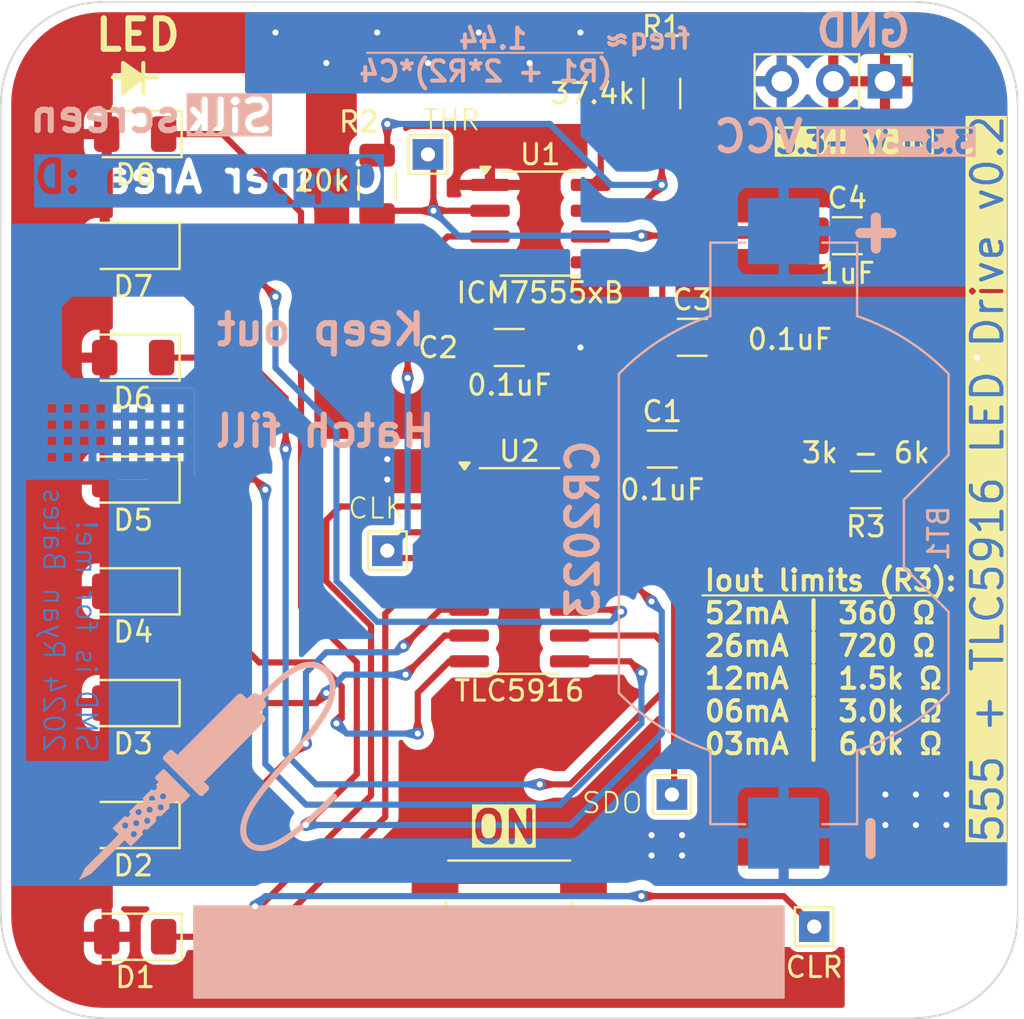
<source format=kicad_pcb>
(kicad_pcb (version 20240108) (generator "pcbnew") (generator_version "8.0")
  (layers (0 "F.Cu" signal) (31 "B.Cu" signal) (34 "B.Paste" user) (35 "F.Paste" user) (36 "B.SilkS" user "B.Silkscreen") (37 "F.SilkS" user "F.Silkscreen") (38 "B.Mask" user) (39 "F.Mask" user) (44 "Edge.Cuts" user))
  (net 0 "")
  (net 1 "VCC")
  (net 2 "GND")
  (net 3 "/THR")
  (net 4 "Net-(D2-K)")
  (net 5 "Net-(D3-K)")
  (net 6 "Net-(D4-K)")
  (net 7 "Net-(D5-K)")
  (net 8 "Net-(D6-K)")
  (net 9 "Net-(D7-K)")
  (net 10 "Net-(D8-K)")
  (net 11 "/CLR")
  (net 12 "Net-(U1-CV)")
  (net 13 "Net-(D1-K)")
  (net 14 "Net-(U1-DIS)")
  (net 15 "Net-(U2-R-EXT)")
  (net 16 "Net-(U2-SDO)")
  (net 17 "Net-(U1-Q)")
  (footprint "Diode_SMD:D_1206_3216Metric" (layer "F.Cu") (at 106.5 84.5 180)
    (property "Reference" "D3")
    (property "Value" "D")
  )
  (footprint "Package_SO:SOIC-16_3.9x9.9mm_P1.27mm" (layer "F.Cu") (at 125.5 78)
    (property "Reference" "U2")
    (property "Value" "TLC5916")
  )
  (footprint "Capacitor_SMD:C_1206_3216Metric" (layer "F.Cu") (at 125 67)
    (property "Reference" "C2")
    (property "Value" "0.1uF")
  )
  (footprint "Diode_SMD:D_1206_3216Metric" (layer "F.Cu") (at 106.5 73.5 180)
    (property "Reference" "D5")
    (property "Value" "D")
  )
  (footprint "Package_SO:SOIC-8_3.9x4.9mm_P1.27mm" (layer "F.Cu") (at 126.525 60.905)
    (property "Reference" "U1")
    (property "Value" "ICM7555xB")
  )
  (footprint "Resistor_SMD:R_1206_3216Metric" (layer "F.Cu") (at 142.5375 74 180)
    (property "Reference" "R3")
    (property "Value" "3k - 6k")
  )
  (footprint "Diode_SMD:D_1206_3216Metric" (layer "F.Cu") (at 106.5 90.5 180)
    (property "Reference" "D2")
    (property "Value" "D")
  )
  (footprint "Diode_SMD:D_1206_3216Metric" (layer "F.Cu") (at 106.5 62 180)
    (property "Reference" "D7")
    (property "Value" "D")
  )
  (footprint "TestPoint:TestPoint_THTPad_1.5x1.5mm_Drill0.7mm" (layer "F.Cu") (at 119 77 180)
    (property "Reference" "CLK1" (hide yes))
    (property "Value" "TestPoint_Alt" (hide yes))
  )
  (footprint "TestPoint:TestPoint_THTPad_1.5x1.5mm_Drill0.7mm" (layer "F.Cu") (at 121 57.5 180)
    (property "Reference" "THR1" (hide yes))
    (property "Value" "TestPoint_Alt" (hide yes))
  )
  (footprint "Resistor_SMD:R_1206_3216Metric" (layer "F.Cu") (at 132.5 54.5 90)
    (property "Reference" "R1")
    (property "Value" "37.4k")
  )
  (footprint "Diode_SMD:D_1206_3216Metric" (layer "F.Cu") (at 106.5 67.5 180)
    (property "Reference" "D6")
    (property "Value" "D")
  )
  (footprint "MountingHole:MountingHole_3.2mm_M3" (layer "F.Cu") (at 145.5 95.5)
    (property "Reference" "H1" (hide yes))
    (property "Value" "MountingHole_M3" (hide yes))
  )
  (footprint "TestPoint:TestPoint_THTPad_1.5x1.5mm_Drill0.7mm" (layer "F.Cu") (at 140 95.5)
    (property "Reference" "CLR")
    (property "Value" "TestPoint_Alt" (hide yes))
  )
  (footprint "TestPoint:TestPoint_THTPad_1.5x1.5mm_Drill0.7mm" (layer "F.Cu") (at 133 89)
    (property "Reference" "SDO1" (hide yes))
    (property "Value" "TestPoint_Alt" (hide yes))
  )
  (footprint "Button_Switch_SMD:SW_SPST_Omron_B3FS-100xP" (layer "F.Cu") (at 125 95.5 180)
    (property "Reference" "SW1")
    (property "Value" "SW_Push" (hide yes))
  )
  (footprint "Capacitor_SMD:C_1206_3216Metric" (layer "F.Cu") (at 132.525 72)
    (property "Reference" "C1")
    (property "Value" "0.1uF")
  )
  (footprint "Diode_SMD:D_1206_3216Metric" (layer "F.Cu") (at 106.6 96 180)
    (property "Reference" "D1")
    (property "Value" "D")
  )
  (footprint "Diode_SMD:D_1206_3216Metric" (layer "F.Cu") (at 106.5 79 180)
    (property "Reference" "D4")
    (property "Value" "D")
  )
  (footprint "Resistor_SMD:R_1206_3216Metric" (layer "F.Cu") (at 118.5 59 90)
    (property "Reference" "R2")
    (property "Value" "20k")
  )
  (footprint "Capacitor_SMD:C_1206_3216Metric" (layer "F.Cu") (at 141.625 61.5)
    (property "Reference" "C4")
    (property "Value" "1uF")
  )
  (footprint "Capacitor_SMD:C_1206_3216Metric" (layer "F.Cu") (at 134 66.5)
    (property "Reference" "C3")
    (property "Value" "0.1uF")
  )
  (footprint "Connector_PinHeader_2.54mm:PinHeader_1x03_P2.54mm_Vertical" (layer "F.Cu") (at 143.48 53.9 -90)
    (property "Reference" "J1" (hide yes))
    (property "Value" "PINHD_1x3_Male" (hide yes))
  )
  (footprint "Diode_SMD:D_1206_3216Metric" (layer "F.Cu") (at 106.6 56.5 180)
    (property "Reference" "D8")
    (property "Value" "D")
  )
  (footprint "Battery:BatteryHolder_Keystone_1058_1x2032" (layer "B.Cu") (at 138.5 76.15 -90)
    (property "Reference" "BT1")
    (property "Value" "Battery")
  )
  (gr_line (start 111.965409 91.097604) (end 111.992757 91.167384) (stroke (width 0.289751)) (layer "B.SilkS"))
  (gr_line (start 114.63611 90.709552) (end 114.848255 90.533095) (stroke (width 0.289751)) (layer "B.SilkS"))
  (gr_line (start 112.105303 91.348919) (end 112.152255 91.399972) (stroke (width 0.289751)) (layer "B.SilkS"))
  (gr_line (start 112.254216 89.669794) (end 112.185365 89.797973) (stroke (width 0.289751)) (layer "B.SilkS"))
  (gr_line (start 115.452098 85.691098) (end 115.217459 85.995702) (stroke (width 0.289751)) (layer "B.SilkS"))
  (gr_line (start 112.185365 89.797973) (end 112.124809 89.922349) (stroke (width 0.289751)) (layer "B.SilkS"))
  (gr_line (start 111.91477 90.68174) (end 111.912688 90.773652) (stroke (width 0.289751)) (layer "B.SilkS"))
  (gr_line (start 112.608853 89.122018) (end 112.416664 89.402484) (stroke (width 0.289751)) (layer "B.SilkS"))
  (gr_line (start 113.570207 83.495808) (end 113.72171 83.361655) (stroke (width 0.289751)) (layer "B.SilkS"))
  (gr_line (start 115.217459 85.995702) (end 114.965113 86.307247) (stroke (width 0.289751)) (layer "B.SilkS"))
  (gr_line (start 115.499012 89.9509) (end 115.941016 89.532651) (stroke (width 0.289751)) (layer "B.SilkS"))
  (gr_line (start 114.01927 91.166641) (end 114.22124 91.027715) (stroke (width 0.289751)) (layer "B.SilkS"))
  (gr_line (start 112.447942 91.581758) (end 112.517732 91.603021) (stroke (width 0.289751)) (layer "B.SilkS"))
  (gr_line (start 115.664715 85.39526) (end 115.452098 85.691098) (stroke (width 0.289751)) (layer "B.SilkS"))
  (gr_line (start 113.872947 83.234631) (end 114.023874 83.115924) (stroke (width 0.289751)) (layer "B.SilkS"))
  (gr_line (start 112.259001 91.487553) (end 112.318358 91.523967) (stroke (width 0.289751)) (layer "B.SilkS"))
  (gr_line (start 115.432575 82.62938) (end 115.503557 82.645743) (stroke (width 0.289751)) (layer "B.SilkS"))
  (gr_line (start 112.416664 89.402484) (end 112.254216 89.669794) (stroke (width 0.289751)) (layer "B.SilkS"))
  (gr_line (start 114.699372 86.623905) (end 114.144961 87.265254) (stroke (width 0.289751)) (layer "B.SilkS"))
  (gr_line (start 129.6 52.5) (end 118 52.5) (stroke (width 0.1)) (layer "B.SilkS"))
  (gr_line (start 112.124809 89.922349) (end 112.072329 90.042865) (stroke (width 0.289751)) (layer "B.SilkS"))
  (gr_line (start 115.641511 82.692243) (end 115.707947 82.722307) (stroke (width 0.289751)) (layer "B.SilkS"))
  (gr_line (start 116.176812 84.454389) (end 116.12838 84.578366) (stroke (width 0.289751)) (layer "B.SilkS"))
  (gr_line (start 113.588733 87.905133) (end 113.065194 88.528926) (stroke (width 0.289751)) (layer "B.SilkS"))
  (gr_line (start 112.025335 91.232568) (end 112.062923 91.293098) (stroke (width 0.289751)) (layer "B.SilkS"))
  (gr_line (start 112.062923 91.293098) (end 112.105303 91.348919) (stroke (width 0.289751)) (layer "B.SilkS"))
  (gr_line (start 114.174447 83.006723) (end 114.324621 82.908216) (stroke (width 0.289751)) (layer "B.SilkS"))
  (gr_line (start 116.054135 82.995723) (end 116.100598 83.056451) (stroke (width 0.289751)) (layer "B.SilkS"))
  (gr_line (start 115.950509 82.887111) (end 116.004017 82.939263) (stroke (width 0.289751)) (layer "B.SilkS"))
  (gr_line (start 114.22124 91.027715) (end 114.42698 90.874889) (stroke (width 0.289751)) (layer "B.SilkS"))
  (gr_line (start 111.938783 90.485202) (end 111.923395 90.585571) (stroke (width 0.289751)) (layer "B.SilkS"))
  (gr_line (start 115.141477 82.610679) (end 115.214818 82.608286) (stroke (width 0.289751)) (layer "B.SilkS"))
  (gr_line (start 116.217306 84.334085) (end 116.176812 84.454389) (stroke (width 0.289751)) (layer "B.SilkS"))
  (gr_line (start 113.821444 91.290276) (end 114.01927 91.166641) (stroke (width 0.289751)) (layer "B.SilkS"))
  (gr_line (start 116.006631 84.837194) (end 115.850997 85.110017) (stroke (width 0.289751)) (layer "B.SilkS"))
  (gr_line (start 113.418482 83.635903) (end 113.570207 83.495808) (stroke (width 0.289751)) (layer "B.SilkS"))
  (gr_line (start 116.244532 83.341313) (end 116.268699 83.422829) (stroke (width 0.289751)) (layer "B.SilkS"))
  (gr_line (start 116.293836 83.995593) (end 116.27555 84.10465) (stroke (width 0.289751)) (layer "B.SilkS"))
  (gr_poly (pts (xy 108 87.764604) (xy 108.003021 87.764822) (xy 108.006032 87.765184) (xy 108.009025 87.765692) (xy 108.011997 87.766344) (xy 108.014941 87.767142) (xy 108.017852 87.768085) (xy 108.020724 87.769172) (xy 108.023552 87.770405) (xy 108.02633 87.771783) (xy 108.029053 87.773305) (xy 108.031715 87.774973) (xy 108.03431 87.776786) (xy 108.036834 87.778744) (xy 108.039281 87.780846) (xy 108.041644 87.783094) (xy 109.259084 89.000555) (xy 109.261332 89.002918) (xy 109.263435 89.005365) (xy 109.265392 89.007889) (xy 109.267205 89.010484) (xy 109.268873 89.013146) (xy 109.270395 89.015869) (xy 109.271773 89.018647) (xy 109.273006 89.021475) (xy 109.274094 89.024347) (xy 109.275036 89.027258) (xy 109.275834 89.030202) (xy 109.276486 89.033173) (xy 109.276994 89.036167) (xy 109.277357 89.039177) (xy 109.277574 89.042198) (xy 109.277647 89.045225) (xy 109.277574 89.048252) (xy 109.277357 89.051273) (xy 109.276994 89.054283) (xy 109.276486 89.057277) (xy 109.275834 89.060248) (xy 109.275036 89.063192) (xy 109.274093 89.066103) (xy 109.273006 89.068975) (xy 109.271773 89.071802) (xy 109.270395 89.074581) (xy 109.268872 89.077303) (xy 109.267205 89.079965) (xy 109.265392 89.082561) (xy 109.263434 89.085085) (xy 109.261331 89.087531) (xy 109.259083 89.089895) (xy 108.91021 89.438772) (xy 108.907846 89.44102) (xy 108.9054 89.443122) (xy 108.902875 89.44508) (xy 108.90028 89.446893) (xy 108.897617 89.448561) (xy 108.894895 89.450083) (xy 108.892116 89.451461) (xy 108.889288 89.452694) (xy 108.886416 89.453781) (xy 108.883505 89.454724) (xy 108.880561 89.455521) (xy 108.87759 89.456174) (xy 108.874596 89.456682) (xy 108.871586 89.457044) (xy 108.868565 89.457262) (xy 108.865538 89.457334) (xy 108.862511 89.457262) (xy 108.85949 89.457044) (xy 108.856479 89.456682) (xy 108.853486 89.456174) (xy 108.850514 89.455521) (xy 108.84757 89.454724) (xy 108.844659 89.453781) (xy 108.841787 89.452694) (xy 108.838959 89.451461) (xy 108.836181 89.450083) (xy 108.833459 89.448561) (xy 108.830796 89.446893) (xy 108.828201 89.44508) (xy 108.825677 89.443122) (xy 108.82323 89.44102) (xy 108.820867 89.438772) (xy 108.653327 89.27123) (xy 108.513463 89.411085) (xy 108.507449 89.406836) (xy 108.5013 89.4029) (xy 108.495026 89.399276) (xy 108.488638 89.395962) (xy 108.482147 89.39296) (xy 108.475562 89.390266) (xy 108.468895 89.387881) (xy 108.462155 89.385805) (xy 108.455354 89.384035) (xy 108.448502 89.382572) (xy 108.441608 89.381415) (xy 108.434685 89.380562) (xy 108.427742 89.380013) (xy 108.420789 89.379768) (xy 108.413838 89.379826) (xy 108.406898 89.380185) (xy 108.399981 89.380845) (xy 108.393096 89.381805) (xy 108.386254 89.383065) (xy 108.379466 89.384624) (xy 108.372742 89.38648) (xy 108.366093 89.388634) (xy 108.359529 89.391084) (xy 108.35306 89.39383) (xy 108.346698 89.39687) (xy 108.340452 89.400205) (xy 108.334333 89.403832) (xy 108.328351 89.407753) (xy 108.322518 89.411965) (xy 108.316843 89.416468) (xy 108.311337 89.421261) (xy 108.306011 89.426344) (xy 108.30092 89.431671) (xy 108.29612 89.437177) (xy 108.29161 89.442853) (xy 108.287391 89.448688) (xy 108.283464 89.454671) (xy 108.27983 89.460792) (xy 108.27649 89.46704) (xy 108.273444 89.473405) (xy 108.270693 89.479876) (xy 108.268238 89.486443) (xy 108.26608 89.493095) (xy 108.264219 89.499822) (xy 108.262656 89.506613) (xy 108.261393 89.513459) (xy 108.259765 89.527268) (xy 108.259344 89.541167) (xy 108.259587 89.548123) (xy 108.260133 89.555071) (xy 108.260985 89.561998) (xy 108.262141 89.568895) (xy 108.263603 89.575752) (xy 108.265372 89.582558) (xy 108.267449 89.589301) (xy 108.269834 89.595973) (xy 108.272528 89.602562) (xy 108.275532 89.609057) (xy 108.278847 89.615449) (xy 108.282473 89.621727) (xy 108.286411 89.62788) (xy 108.290662 89.633897) (xy 107.854386 90.070203) (xy 107.848369 90.065951) (xy 107.842217 90.062012) (xy 107.83594 90.058385) (xy 107.829548 90.05507) (xy 107.823053 90.052065) (xy 107.816465 90.04937) (xy 107.809794 90.046984) (xy 107.80305 90.044906) (xy 107.796245 90.043136) (xy 107.789389 90.041673) (xy 107.782491 90.040516) (xy 107.775564 90.039664) (xy 107.768616 90.039116) (xy 107.76166 90.038873) (xy 107.754704 90.038932) (xy 107.74776 90.039293) (xy 107.740839 90.039956) (xy 107.73395 90.040919) (xy 107.727104 90.042182) (xy 107.720312 90.043744) (xy 107.713584 90.045605) (xy 107.706931 90.047763) (xy 107.700363 90.050218) (xy 107.69389 90.052969) (xy 107.687524 90.056015) (xy 107.681275 90.059355) (xy 107.675152 90.062989) (xy 107.669168 90.066916) (xy 107.663331 90.071136) (xy 107.657653 90.075646) (xy 107.652145 90.080448) (xy 107.646816 90.085539) (xy 107.641725 90.090865) (xy 107.636925 90.096372) (xy 107.632415 90.102048) (xy 107.628196 90.107883) (xy 107.624269 90.113866) (xy 107.620635 90.119987) (xy 107.617295 90.126235) (xy 107.614249 90.1326) (xy 107.611498 90.139071) (xy 107.609043 90.145638) (xy 107.606885 90.15229) (xy 107.605024 90.159017) (xy 107.603461 90.165808) (xy 107.602198 90.172653) (xy 107.600571 90.186463) (xy 107.600149 90.200361) (xy 107.600392 90.207317) (xy 107.600939 90.214265) (xy 107.60179 90.221192) (xy 107.602947 90.228089) (xy 107.604409 90.234946) (xy 107.606178 90.241751) (xy 107.608255 90.248494) (xy 107.61064 90.255166) (xy 107.613334 90.261754) (xy 107.616338 90.26825) (xy 107.619653 90.274641) (xy 107.623279 90.280919) (xy 107.627218 90.287071) (xy 107.631469 90.293089) (xy 107.195189 90.729402) (xy 107.189172 90.72515) (xy 107.18302 90.72121) (xy 107.176743 90.717583) (xy 107.170352 90.714267) (xy 107.163857 90.711262) (xy 107.157269 90.708567) (xy 107.150598 90.706181) (xy 107.143855 90.704103) (xy 107.13705 90.702333) (xy 107.130193 90.700869) (xy 107.123296 90.699712) (xy 107.116369 90.69886) (xy 107.109421 90.698312) (xy 107.102465 90.698068) (xy 107.095509 90.698127) (xy 107.088565 90.698488) (xy 107.081644 90.699151) (xy 107.074755 90.700114) (xy 107.067909 90.701377) (xy 107.061117 90.70294) (xy 107.054389 90.7048) (xy 107.047736 90.706958) (xy 107.041168 90.709413) (xy 107.034696 90.712164) (xy 107.02833 90.71521) (xy 107.022081 90.71855) (xy 107.015958 90.722184) (xy 107.009974 90.726111) (xy 107.004138 90.730331) (xy 106.99846 90.734841) (xy 106.992951 90.739642) (xy 106.987623 90.744733) (xy 106.98254 90.750061) (xy 106.977746 90.755568) (xy 106.973243 90.761243) (xy 106.96903 90.767077) (xy 106.96511 90.77306) (xy 106.961482 90.779179) (xy 106.958147 90.785425) (xy 106.955107 90.791788) (xy 106.952361 90.798257) (xy 106.949911 90.804822) (xy 106.947757 90.811471) (xy 106.945901 90.818195) (xy 106.944342 90.824983) (xy 106.943083 90.831825) (xy 106.941462 90.845627) (xy 106.941046 90.859518) (xy 106.941291 90.866471) (xy 106.94184 90.873414) (xy 106.942693 90.880337) (xy 106.94385 90.887231) (xy 106.945314 90.894083) (xy 106.947083 90.900884) (xy 106.94916 90.907624) (xy 106.951545 90.914291) (xy 106.954239 90.920876) (xy 106.957242 90.927367) (xy 106.960556 90.933755) (xy 106.96418 90.940029) (xy 106.968117 90.946178) (xy 106.972366 90.952192) (xy 106.383967 91.54059) (xy 106.079947 91.23657) (xy 104.418898 92.897623) (xy 103.860922 93.18136) (xy 104.144659 92.623384) (xy 105.805708 90.962331) (xy 105.792483 90.949106) (xy 106.373595 90.949106) (xy 106.373787 90.957008) (xy 106.374368 90.964856) (xy 106.375332 90.972638) (xy 106.376673 90.980341) (xy 106.378386 90.987951) (xy 106.380466 90.995455) (xy 106.382907 91.00284) (xy 106.385704 91.010093) (xy 106.388851 91.017201) (xy 106.392342 91.024151) (xy 106.396174 91.03093) (xy 106.400339 91.037524) (xy 106.404833 91.043921) (xy 106.40965 91.050107) (xy 106.414786 91.05607) (xy 106.420233 91.061796) (xy 106.42596 91.067245) (xy 106.431924 91.072381) (xy 106.43811 91.0772) (xy 106.444508 91.081695) (xy 106.451102 91.085862) (xy 106.457881 91.089694) (xy 106.464831 91.093187) (xy 106.47194 91.096335) (xy 106.479193 91.099133) (xy 106.486578 91.101574) (xy 106.494082 91.103655) (xy 106.501692 91.105369) (xy 106.509395 91.106711) (xy 106.517177 91.107675) (xy 106.525026 91.108256) (xy 106.532929 91.10845) (xy 106.540832 91.108251) (xy 106.548681 91.107664) (xy 106.556463 91.106694) (xy 106.564165 91.105347) (xy 106.571775 91.103627) (xy 106.579278 91.101542) (xy 106.586662 91.099094) (xy 106.593914 91.096292) (xy 106.601021 91.093139) (xy 106.607969 91.089641) (xy 106.614747 91.085803) (xy 106.621339 91.081631) (xy 106.627735 91.077131) (xy 106.63392 91.072307) (xy 106.639881 91.067166) (xy 106.645605 91.061712) (xy 106.651254 91.055768) (xy 106.656538 91.049612) (xy 106.661458 91.043258) (xy 106.666014 91.036721) (xy 106.670204 91.030013) (xy 106.674031 91.02315) (xy 106.677493 91.016146) (xy 106.680591 91.009014) (xy 106.683324 91.001769) (xy 106.685693 90.994425) (xy 106.687697 90.986996) (xy 106.689337 90.979496) (xy 106.690612 90.97194) (xy 106.691523 90.964342) (xy 106.69207 90.956715) (xy 106.692252 90.949074) (xy 106.69207 90.941433) (xy 106.691523 90.933806) (xy 106.690612 90.926208) (xy 106.689337 90.918652) (xy 106.687697 90.911152) (xy 106.685692 90.903723) (xy 106.683324 90.89638) (xy 106.680591 90.889135) (xy 106.677493 90.882003) (xy 106.674031 90.874999) (xy 106.670205 90.868136) (xy 106.666014 90.861429) (xy 106.661459 90.854891) (xy 106.656539 90.848538) (xy 106.651256 90.842382) (xy 106.645607 90.836439) (xy 106.645605 90.836436) (xy 106.645603 90.836433) (xy 106.645601 90.83643) (xy 106.6456 90.836429) (xy 106.645599 90.836428) (xy 106.645598 90.836427) (xy 106.645597 90.836425) (xy 106.645595 90.836424) (xy 106.645594 90.836423) (xy 106.645593 90.836422) (xy 106.645592 90.836421) (xy 106.645591 90.83642) (xy 106.64559 90.83642) (xy 106.639646 90.830772) (xy 106.63349 90.825489) (xy 106.627136 90.820571) (xy 106.620597 90.816016) (xy 106.61389 90.811827) (xy 106.607026 90.808001) (xy 106.600021 90.804541) (xy 106.592889 90.801444) (xy 106.585644 90.798712) (xy 106.5783 90.796344) (xy 106.570871 90.794341) (xy 106.563371 90.792702) (xy 106.555815 90.791428) (xy 106.548216 90.790517) (xy 106.54059 90.789972) (xy 106.532949 90.78979) (xy 106.525308 90.789973) (xy 106.517682 90.790521) (xy 106.510084 90.791432) (xy 106.502528 90.792708) (xy 106.49503 90.794349) (xy 106.487602 90.796354) (xy 106.480259 90.798723) (xy 106.473015 90.801456) (xy 106.465884 90.804554) (xy 106.458881 90.808016) (xy 106.45202 90.811842) (xy 106.445314 90.816033) (xy 106.438779 90.820588) (xy 106.432427 90.825507) (xy 106.426273 90.830791) (xy 106.420332 90.836439) (xy 106.414879 90.842161) (xy 106.409738 90.848121) (xy 106.404915 90.854304) (xy 106.400415 90.860698) (xy 106.396243 90.86729) (xy 106.392406 90.874066) (xy 106.388908 90.881014) (xy 106.385755 90.88812) (xy 106.382952 90.895372) (xy 106.380504 90.902756) (xy 106.378418 90.910259) (xy 106.376699 90.917869) (xy 106.375351 90.925571) (xy 106.374381 90.933353) (xy 106.373794 90.941203) (xy 106.373595 90.949106) (xy 105.792483 90.949106) (xy 105.501599 90.658224) (xy 105.63517 90.524656) (xy 105.94908 90.524656) (xy 105.949276 90.532563) (xy 105.949861 90.540416) (xy 105.950829 90.548202) (xy 105.952175 90.555908) (xy 105.953893 90.56352) (xy 105.955978 90.571027) (xy 105.958425 90.578415) (xy 105.961228 90.58567) (xy 105.964381 90.592779) (xy 105.96788 90.599731) (xy 105.971718 90.60651) (xy 105.97589 90.613105) (xy 105.980392 90.619502) (xy 105.985216 90.625689) (xy 105.990359 90.631651) (xy 105.995814 90.637376) (xy 106.001541 90.642826) (xy 106.007504 90.647963) (xy 106.013691 90.652782) (xy 106.020088 90.657278) (xy 106.026683 90.661445) (xy 106.033462 90.665278) (xy 106.040412 90.668771) (xy 106.04752 90.671919) (xy 106.054773 90.674717) (xy 106.062159 90.677159) (xy 106.069663 90.679239) (xy 106.077273 90.680953) (xy 106.084975 90.682295) (xy 106.092758 90.683259) (xy 106.100607 90.683841) (xy 106.108509 90.684034) (xy 106.116412 90.683835) (xy 106.124261 90.683247) (xy 106.132043 90.682277) (xy 106.139746 90.680929) (xy 106.147355 90.679209) (xy 106.154858 90.677123) (xy 106.162243 90.674676) (xy 106.169495 90.671873) (xy 106.176601 90.668719) (xy 106.18355 90.665221) (xy 106.190327 90.661384) (xy 106.19692 90.657212) (xy 106.203315 90.652712) (xy 106.2095 90.647888) (xy 106.215461 90.642746) (xy 106.221186 90.637293) (xy 106.226835 90.631349) (xy 106.232119 90.625194) (xy 106.237039 90.61884) (xy 106.241594 90.612302) (xy 106.245785 90.605595) (xy 106.249612 90.598732) (xy 106.253074 90.591728) (xy 106.256171 90.584596) (xy 106.258905 90.577351) (xy 106.261273 90.570007) (xy 106.263278 90.562578) (xy 106.264918 90.555078) (xy 106.266193 90.547522) (xy 106.267104 90.539924) (xy 106.267651 90.532297) (xy 106.267833 90.524655) (xy 106.267651 90.517014) (xy 106.267104 90.509387) (xy 106.266193 90.501789) (xy 106.264917 90.494232) (xy 106.263277 90.486733) (xy 106.261273 90.479304) (xy 106.258904 90.471959) (xy 106.256171 90.464714) (xy 106.253073 90.457582) (xy 106.249611 90.450578) (xy 106.245785 90.443715) (xy 106.241594 90.437007) (xy 106.237038 90.430469) (xy 106.232119 90.424115) (xy 106.226835 90.417959) (xy 106.221186 90.412016) (xy 106.221185 90.412014) (xy 106.221184 90.412013) (xy 106.221183 90.412012) (xy 106.221182 90.41201) (xy 106.221181 90.412009) (xy 106.221179 90.412008) (xy 106.221177 90.412006) (xy 106.221172 90.412002) (xy 106.22117 90.411999) (xy 106.221168 90.411998) (xy 106.221167 90.411997) (xy 106.216299 90.40736) (xy 106.490983 90.40736) (xy 106.491165 90.415002) (xy 106.491713 90.422629) (xy 106.492624 90.430228) (xy 106.4939 90.437785) (xy 106.495541 90.445286) (xy 106.497546 90.452715) (xy 106.499916 90.46006) (xy 106.50265 90.467306) (xy 106.505749 90.474439) (xy 106.509212 90.481444) (xy 106.513039 90.488308) (xy 106.517232 90.495017) (xy 106.521788 90.501556) (xy 106.52671 90.507911) (xy 106.531995 90.514068) (xy 106.537646 90.520013) (xy 106.54359 90.525661) (xy 106.549746 90.530944) (xy 106.556101 90.535863) (xy 106.562639 90.540417) (xy 106.569347 90.544606) (xy 106.57621 90.548432) (xy 106.583215 90.551893) (xy 106.590347 90.554989) (xy 106.597593 90.557721) (xy 106.604937 90.560089) (xy 106.612366 90.562092) (xy 106.619865 90.563731) (xy 106.627421 90.565006) (xy 106.63502 90.565916) (xy 106.642646 90.566462) (xy 106.650287 90.566643) (xy 106.657928 90.56646) (xy 106.665554 90.565913) (xy 106.673152 90.565001) (xy 106.680707 90.563725) (xy 106.688206 90.562084) (xy 106.695634 90.56008) (xy 106.702977 90.557711) (xy 106.71022 90.554977) (xy 106.717351 90.551879) (xy 106.724353 90.548417) (xy 106.731215 90.544591) (xy 106.73792 90.5404) (xy 106.744456 90.535845) (xy 106.750807 90.530926) (xy 106.756961 90.525642) (xy 106.762902 90.519994) (xy 106.768355 90.514272) (xy 106.773496 90.508312) (xy 106.77832 90.502129) (xy 106.78282 90.495735) (xy 106.786992 90.489143) (xy 106.79083 90.482367) (xy 106.794328 90.47542) (xy 106.797481 90.468313) (xy 106.800284 90.461062) (xy 106.802732 90.453678) (xy 106.804818 90.446175) (xy 106.806538 90.438566) (xy 106.807885 90.430864) (xy 106.808856 90.423082) (xy 106.809444 90.415234) (xy 106.809643 90.407331) (xy 106.80945 90.399428) (xy 106.808869 90.391579) (xy 106.807905 90.383797) (xy 106.806563 90.376094) (xy 106.80485 90.368484) (xy 106.802769 90.360979) (xy 106.800328 90.353593) (xy 106.797531 90.34634) (xy 106.794383 90.339231) (xy 106.79089 90.332281) (xy 106.787058 90.325501) (xy 106.782892 90.318906) (xy 106.778397 90.312508) (xy 106.773579 90.306321) (xy 106.768443 90.300357) (xy 106.762994 90.29463) (xy 106.762995 90.29463) (xy 106.762995 90.294631) (xy 106.762996 90.294631) (xy 106.762997 90.294632) (xy 106.762998 90.294633) (xy 106.762999 90.294633) (xy 106.763 90.294634) (xy 106.758106 90.289978) (xy 107.03279 90.289978) (xy 107.032973 90.297619) (xy 107.03352 90.305247) (xy 107.034431 90.312846) (xy 107.035707 90.320403) (xy 107.037348 90.327903) (xy 107.039353 90.335333) (xy 107.041722 90.342678) (xy 107.044456 90.349924) (xy 107.047555 90.357057) (xy 107.051018 90.364062) (xy 107.054845 90.370926) (xy 107.059037 90.377635) (xy 107.063594 90.384174) (xy 107.068515 90.390529) (xy 107.0738 90.396686) (xy 107.07945 90.402631) (xy 107.085394 90.408279) (xy 107.09155 90.413562) (xy 107.097905 90.41848) (xy 107.104443 90.423035) (xy 107.111151 90.427224) (xy 107.118014 90.431049) (xy 107.125019 90.43451) (xy 107.132151 90.437607) (xy 107.139397 90.440338) (xy 107.146741 90.442706) (xy 107.15417 90.444709) (xy 107.161669 90.446348) (xy 107.169226 90.447622) (xy 107.176824 90.448532) (xy 107.184451 90.449078) (xy 107.192092 90.449259) (xy 107.199732 90.449076) (xy 107.207359 90.448528) (xy 107.214957 90.447616) (xy 107.222512 90.44634) (xy 107.230011 90.4447) (xy 107.237439 90.442695) (xy 107.244782 90.440325) (xy 107.252025 90.437592) (xy 107.259156 90.434494) (xy 107.266159 90.431032) (xy 107.27302 90.427205) (xy 107.279725 90.423015) (xy 107.286261 90.418459) (xy 107.292613 90.41354) (xy 107.298766 90.408256) (xy 107.304707 90.402609) (xy 107.310355 90.396666) (xy 107.31564 90.39051) (xy 107.320559 90.384157) (xy 107.325114 90.377619) (xy 107.329305 90.370912) (xy 107.333132 90.36405) (xy 107.336594 90.357045) (xy 107.339691 90.349914) (xy 107.342424 90.342669) (xy 107.344793 90.335325) (xy 107.346798 90.327896) (xy 107.348437 90.320396) (xy 107.349713 90.31284) (xy 107.350624 90.305241) (xy 107.351171 90.297615) (xy 107.351353 90.289973) (xy 107.351171 90.282332) (xy 107.350624 90.274705) (xy 107.349713 90.267107) (xy 107.348438 90.25955) (xy 107.346798 90.252051) (xy 107.344794 90.244622) (xy 107.342425 90.237278) (xy 107.339692 90.230033) (xy 107.336594 90.222901) (xy 107.333132 90.215896) (xy 107.329306 90.209033) (xy 107.325116 90.202326) (xy 107.32056 90.195788) (xy 107.315641 90.189434) (xy 107.310357 90.183279) (xy 107.304709 90.177335) (xy 107.304708 90.177335) (xy 107.304707 90.177334) (xy 107.304705 90.177332) (xy 107.304701 90.177328) (xy 107.304698 90.177326) (xy 107.304696 90.177324) (xy 107.304695 90.177323) (xy 107.304694 90.177322) (xy 107.304693 90.177321) (xy 107.304692 90.17732) (xy 107.298747 90.171672) (xy 107.292591 90.166389) (xy 107.286237 90.16147) (xy 107.279699 90.156916) (xy 107.272991 90.152726) (xy 107.266127 90.1489) (xy 107.259122 90.145439) (xy 107.25199 90.142342) (xy 107.244745 90.13961) (xy 107.237401 90.137242) (xy 107.229972 90.135239) (xy 107.222472 90.1336) (xy 107.214916 90.132325) (xy 107.207318 90.131415) (xy 107.199691 90.130869) (xy 107.19205 90.130687) (xy 107.184409 90.13087) (xy 107.176783 90.131418) (xy 107.169185 90.132329) (xy 107.16163 90.133605) (xy 107.154131 90.135246) (xy 107.146703 90.13725) (xy 107.13936 90.139619) (xy 107.132116 90.142353) (xy 107.124986 90.14545) (xy 107.117983 90.148913) (xy 107.111121 90.152739) (xy 107.104416 90.15693) (xy 107.09788 90.161485) (xy 107.091528 90.166404) (xy 107.085375 90.171688) (xy 107.079434 90.177335) (xy 107.073785 90.183279) (xy 107.068501 90.189435) (xy 107.063581 90.195789) (xy 107.059026 90.202327) (xy 107.054835 90.209034) (xy 107.051009 90.215898) (xy 107.047547 90.222902) (xy 107.04445 90.230034) (xy 107.041716 90.23728) (xy 107.039348 90.244624) (xy 107.037344 90.252053) (xy 107.035704 90.259553) (xy 107.034429 90.26711) (xy 107.033518 90.274709) (xy 107.032972 90.282336) (xy 107.03279 90.289978) (xy 106.758106 90.289978) (xy 106.757273 90.289185) (xy 106.75131 90.284048) (xy 106.745123 90.27923) (xy 106.738725 90.274734) (xy 106.732131 90.270568) (xy 106.725352 90.266735) (xy 106.718402 90.263242) (xy 106.711293 90.260094) (xy 106.70404 90.257297) (xy 106.696654 90.254855) (xy 106.68915 90.252774) (xy 106.68154 90.251061) (xy 106.673837 90.249719) (xy 106.666054 90.248754) (xy 106.658204 90.248173) (xy 106.650301 90.24798) (xy 106.642399 90.248179) (xy 106.63455 90.248766) (xy 106.626768 90.249735) (xy 106.619066 90.251083) (xy 106.611457 90.252802) (xy 106.603954 90.254888) (xy 106.59657 90.257335) (xy 106.589318 90.260138) (xy 106.582211 90.263292) (xy 106.575262 90.26679) (xy 106.568485 90.270628) (xy 106.561892 90.2748) (xy 106.555497 90.279301) (xy 106.549312 90.284125) (xy 106.543351 90.289267) (xy 106.537627 90.294721) (xy 106.531978 90.300665) (xy 106.526694 90.30682) (xy 106.521774 90.313174) (xy 106.517219 90.319711) (xy 106.513028 90.326419) (xy 106.509202 90.333282) (xy 106.50574 90.340286) (xy 106.502642 90.347418) (xy 106.499909 90.354663) (xy 106.497541 90.362007) (xy 106.495536 90.369436) (xy 106.493897 90.376936) (xy 106.492622 90.384493) (xy 106.491711 90.392091) (xy 106.491165 90.399719) (xy 106.490983 90.40736) (xy 106.216299 90.40736) (xy 106.215443 90.406545) (xy 106.209483 90.401405) (xy 106.203298 90.396583) (xy 106.196904 90.392084) (xy 106.190312 90.387914) (xy 106.183535 90.384078) (xy 106.176587 90.380581) (xy 106.169481 90.377429) (xy 106.162229 90.374627) (xy 106.154845 90.372181) (xy 106.147342 90.370096) (xy 106.139733 90.368378) (xy 106.132031 90.367031) (xy 106.124248 90.366062) (xy 106.116399 90.365476) (xy 106.108496 90.365278) (xy 106.100593 90.365472) (xy 106.092744 90.366054) (xy 106.084962 90.367019) (xy 106.07726 90.368361) (xy 106.06965 90.370076) (xy 106.062146 90.372156) (xy 106.054761 90.374598) (xy 106.047509 90.377396) (xy 106.040402 90.380543) (xy 106.033453 90.384036) (xy 106.026675 90.387867) (xy 106.020082 90.392033) (xy 106.013687 90.396527) (xy 106.007502 90.401344) (xy 106.001541 90.406478) (xy 105.995817 90.411924) (xy 105.990361 90.41765) (xy 105.985218 90.423614) (xy 105.980393 90.429801) (xy 105.975891 90.436199) (xy 105.971718 90.442795) (xy 105.96788 90.449575) (xy 105.964381 90.456527) (xy 105.961228 90.463638) (xy 105.958425 90.470894) (xy 105.955978 90.478282) (xy 105.953893 90.48579) (xy 105.952175 90.493403) (xy 105.950829 90.50111) (xy 105.949861 90.508896) (xy 105.949276 90.516749) (xy 105.94908 90.524656) (xy 105.63517 90.524656) (xy 106.08882 90.07102) (xy 106.094773 90.07657) (xy 106.100933 90.081759) (xy 106.107285 90.086587) (xy 106.113815 90.091055) (xy 106.120511 90.095162) (xy 106.127357 90.098909) (xy 106.134341 90.102296) (xy 106.141447 90.105322) (xy 106.148663 90.107987) (xy 106.155974 90.110293) (xy 106.163367 90.112238) (xy 106.170828 90.113824) (xy 106.178342 90.115049) (xy 106.185896 90.115914) (xy 106.193477 90.116419) (xy 106.201069 90.116565) (xy 106.20866 90.116351) (xy 106.216235 90.115777) (xy 106.223781 90.114843) (xy 106.231284 90.11355) (xy 106.23873 90.111897) (xy 106.246104 90.109885) (xy 106.253394 90.107513) (xy 106.260585 90.104782) (xy 106.267664 90.101692) (xy 106.274616 90.098242) (xy 106.281427 90.094433) (xy 106.288085 90.090266) (xy 106.294574 90.085739) (xy 106.300881 90.080853) (xy 106.306993 90.075609) (xy 106.312895 90.070005) (xy 106.318515 90.064104) (xy 106.323775 90.057993) (xy 106.328676 90.051685) (xy 106.333217 90.045195) (xy 106.337398 90.038535) (xy 106.34122 90.031721) (xy 106.344682 90.024766) (xy 106.347784 90.017683) (xy 106.350526 90.010487) (xy 106.352908 90.003192) (xy 106.35493 89.995812) (xy 106.356592 89.98836) (xy 106.357894 89.980851) (xy 106.358835 89.973298) (xy 106.359416 89.965715) (xy 106.359637 89.958116) (xy 106.359497 89.950516) (xy 106.358997 89.942927) (xy 106.358135 89.935364) (xy 106.356913 89.927842) (xy 106.355331 89.920372) (xy 106.353387 89.912971) (xy 106.351082 89.905651) (xy 106.348417 89.898426) (xy 106.34539 89.891311) (xy 106.342002 89.884319) (xy 106.338253 89.877464) (xy 106.334142 89.870761) (xy 106.330564 89.86553) (xy 106.608273 89.86553) (xy 106.608472 89.873432) (xy 106.609059 89.881281) (xy 106.61003 89.889062) (xy 106.611378 89.896764) (xy 106.613098 89.904373) (xy 106.615184 89.911876) (xy 106.617632 89.91926) (xy 106.620436 89.926511) (xy 106.623591 89.933618) (xy 106.62709 89.940567) (xy 106.630929 89.947345) (xy 106.635103 89.953939) (xy 106.639605 89.960335) (xy 106.644431 89.966522) (xy 106.649575 89.972485) (xy 106.655031 89.978212) (xy 106.660976 89.983859) (xy 106.667132 89.989143) (xy 106.673486 89.994061) (xy 106.680024 89.998615) (xy 106.686732 90.002805) (xy 106.693595 90.00663) (xy 106.7006 90.010091) (xy 106.707732 90.013188) (xy 106.714978 90.01592) (xy 106.722322 90.018288) (xy 106.729751 90.020291) (xy 106.73725 90.02193) (xy 106.744806 90.023204) (xy 106.752405 90.024114) (xy 106.760032 90.02466) (xy 106.767672 90.024841) (xy 106.775313 90.024658) (xy 106.782939 90.024111) (xy 106.790537 90.023199) (xy 106.798093 90.021923) (xy 106.805591 90.020283) (xy 106.813019 90.018278) (xy 106.820362 90.015909) (xy 106.827606 90.013176) (xy 106.834736 90.010078) (xy 106.841739 90.006616) (xy 106.8486 90.002789) (xy 106.855306 89.998599) (xy 106.861842 89.994044) (xy 106.868193 89.989124) (xy 106.874346 89.983841) (xy 106.880287 89.978193) (xy 106.885936 89.972249) (xy 106.89122 89.966093) (xy 106.89614 89.959739) (xy 106.900695 89.953202) (xy 106.904886 89.946494) (xy 106.908712 89.939631) (xy 106.912174 89.932626) (xy 106.915272 89.925494) (xy 106.918005 89.918249) (xy 106.920374 89.910905) (xy 106.922378 89.903476) (xy 106.924018 89.895976) (xy 106.925293 89.88842) (xy 106.926204 89.880821) (xy 106.926751 89.873194) (xy 106.926933 89.865553) (xy 106.926751 89.857912) (xy 106.926204 89.850285) (xy 106.925293 89.842686) (xy 106.924018 89.83513) (xy 106.922378 89.82763) (xy 106.920374 89.820202) (xy 106.918005 89.812858) (xy 106.915272 89.805613) (xy 106.912175 89.798481) (xy 106.908713 89.791476) (xy 106.904886 89.784614) (xy 106.900695 89.777906) (xy 106.89614 89.771369) (xy 106.891221 89.765015) (xy 106.885937 89.758859) (xy 106.880288 89.752916) (xy 106.880269 89.752897) (xy 106.875303 89.748167) (xy 107.150176 89.748167) (xy 107.150359 89.755809) (xy 107.150906 89.763436) (xy 107.151818 89.771036) (xy 107.153094 89.778593) (xy 107.154735 89.786093) (xy 107.15674 89.793523) (xy 107.159109 89.800868) (xy 107.161844 89.808114) (xy 107.164942 89.815247) (xy 107.168406 89.822253) (xy 107.172233 89.829117) (xy 107.176426 89.835826) (xy 107.180982 89.842365) (xy 107.185904 89.84872) (xy 107.191189 89.854877) (xy 107.19684 89.860822) (xy 107.202784 89.86647) (xy 107.20894 89.871753) (xy 107.215294 89.876671) (xy 107.221833 89.881226) (xy 107.22854 89.885415) (xy 107.235404 89.889241) (xy 107.242409 89.892702) (xy 107.249541 89.895798) (xy 107.256786 89.89853) (xy 107.26413 89.900898) (xy 107.271559 89.902901) (xy 107.279059 89.90454) (xy 107.286615 89.905815) (xy 107.294213 89.906725) (xy 107.30184 89.90727) (xy 107.30948 89.907452) (xy 107.317121 89.907269) (xy 107.324747 89.906721) (xy 107.332345 89.90581) (xy 107.3399 89.904534) (xy 107.347399 89.902893) (xy 107.354827 89.900889) (xy 107.36217 89.898519) (xy 107.369413 89.895786) (xy 107.376544 89.892688) (xy 107.383547 89.889226) (xy 107.390408 89.8854) (xy 107.397113 89.881209) (xy 107.403649 89.876654) (xy 107.41 89.871735) (xy 107.416154 89.866451) (xy 107.422095 89.860803) (xy 107.427743 89.85486) (xy 107.433028 89.848704) (xy 107.437947 89.842351) (xy 107.442503 89.835813) (xy 107.446694 89.829106) (xy 107.45052 89.822243) (xy 107.453982 89.815238) (xy 107.45708 89.808107) (xy 107.459813 89.800862) (xy 107.462182 89.793518) (xy 107.464186 89.786089) (xy 107.465826 89.778589) (xy 107.467101 89.771033) (xy 107.468012 89.763434) (xy 107.468559 89.755807) (xy 107.468741 89.748166) (xy 107.468559 89.740525) (xy 107.468012 89.732898) (xy 107.467101 89.725299) (xy 107.465826 89.717743) (xy 107.464186 89.710243) (xy 107.462181 89.702814) (xy 107.459813 89.69547) (xy 107.457079 89.688225) (xy 107.453982 89.681093) (xy 107.45052 89.674089) (xy 107.446694 89.667225) (xy 107.442503 89.660518) (xy 107.437948 89.65398) (xy 107.433028 89.647626) (xy 107.427744 89.64147) (xy 107.422096 89.635526) (xy 107.422076 89.635507) (xy 107.417103 89.630782) (xy 107.691985 89.630782) (xy 107.692168 89.638424) (xy 107.692715 89.646051) (xy 107.693627 89.65365) (xy 107.694903 89.661207) (xy 107.696543 89.668707) (xy 107.698549 89.676137) (xy 107.700918 89.683481) (xy 107.703652 89.690727) (xy 107.706751 89.69786) (xy 107.710214 89.704865) (xy 107.714041 89.711729) (xy 107.718233 89.718437) (xy 107.72279 89.724976) (xy 107.727711 89.731331) (xy 107.732997 89.737488) (xy 107.738647 89.743433) (xy 107.744591 89.74908) (xy 107.750747 89.754363) (xy 107.757102 89.759282) (xy 107.76364 89.763836) (xy 107.770348 89.768026) (xy 107.777211 89.771851) (xy 107.784216 89.775312) (xy 107.791348 89.778408) (xy 107.798593 89.78114) (xy 107.805937 89.783508) (xy 107.813366 89.785511) (xy 107.820866 89.78715) (xy 107.828422 89.788425) (xy 107.83602 89.789335) (xy 107.843647 89.789881) (xy 107.851288 89.790062) (xy 107.858928 89.789879) (xy 107.866555 89.789332) (xy 107.874153 89.78842) (xy 107.881708 89.787144) (xy 107.889207 89.785504) (xy 107.896635 89.783499) (xy 107.903978 89.78113) (xy 107.911221 89.778396) (xy 107.918352 89.775299) (xy 107.925355 89.771837) (xy 107.932216 89.76801) (xy 107.938922 89.763819) (xy 107.945457 89.759264) (xy 107.951809 89.754345) (xy 107.957963 89.749061) (xy 107.963904 89.743414) (xy 107.969552 89.73747) (xy 107.974836 89.731315) (xy 107.979756 89.724961) (xy 107.984311 89.718423) (xy 107.988502 89.711716) (xy 107.992329 89.704853) (xy 107.995791 89.697849) (xy 107.998888 89.690717) (xy 108.001621 89.683472) (xy 108.00399 89.676128) (xy 108.005994 89.668699) (xy 108.007634 89.6612) (xy 108.00891 89.653644) (xy 108.009821 89.646045) (xy 108.010367 89.638418) (xy 108.010549 89.630777) (xy 108.010367 89.623136) (xy 108.009821 89.615509) (xy 108.008909 89.60791) (xy 108.007634 89.600354) (xy 108.005994 89.592855) (xy 108.00399 89.585426) (xy 108.001621 89.578082) (xy 107.998888 89.570837) (xy 107.99579 89.563705) (xy 107.992328 89.556701) (xy 107.988502 89.549838) (xy 107.984311 89.543131) (xy 107.979756 89.536593) (xy 107.974836 89.530239) (xy 107.969552 89.524084) (xy 107.963904 89.51814) (xy 107.963903 89.51814) (xy 107.963902 89.518139) (xy 107.9639 89.518137) (xy 107.963895 89.518133) (xy 107.963893 89.518131) (xy 107.963891 89.518129) (xy 107.96389 89.518128) (xy 107.963889 89.518127) (xy 107.963888 89.518126) (xy 107.963887 89.518125) (xy 107.957942 89.512477) (xy 107.951786 89.507194) (xy 107.945432 89.502275) (xy 107.938894 89.497721) (xy 107.932186 89.493531) (xy 107.925322 89.489705) (xy 107.918317 89.486244) (xy 107.911185 89.483147) (xy 107.90394 89.480415) (xy 107.896596 89.478047) (xy 107.889167 89.476044) (xy 107.881667 89.474405) (xy 107.874111 89.47313) (xy 107.866513 89.47222) (xy 107.858886 89.471674) (xy 107.851245 89.471492) (xy 107.843605 89.471675) (xy 107.835978 89.472223) (xy 107.82838 89.473134) (xy 107.820825 89.47441) (xy 107.813326 89.476051) (xy 107.805898 89.478055) (xy 107.798556 89.480424) (xy 107.791312 89.483158) (xy 107.784182 89.486256) (xy 107.777179 89.489718) (xy 107.770317 89.493544) (xy 107.763612 89.497735) (xy 107.757076 89.50229) (xy 107.750725 89.507209) (xy 107.744572 89.512493) (xy 107.738631 89.51814) (xy 107.732982 89.524084) (xy 107.727698 89.53024) (xy 107.722778 89.536594) (xy 107.718222 89.543132) (xy 107.714031 89.54984) (xy 107.710205 89.556703) (xy 107.706743 89.563707) (xy 107.703645 89.570839) (xy 107.700912 89.578085) (xy 107.698544 89.585429) (xy 107.696539 89.592858) (xy 107.6949 89.600358) (xy 107.693624 89.607915) (xy 107.692714 89.615514) (xy 107.692167 89.623141) (xy 107.691985 89.630782) (xy 107.417103 89.630782) (xy 107.416132 89.62986) (xy 107.409976 89.624577) (xy 107.403622 89.619658) (xy 107.397084 89.615104) (xy 107.390376 89.610914) (xy 107.383512 89.607089) (xy 107.376507 89.603628) (xy 107.369375 89.600532) (xy 107.36213 89.597799) (xy 107.354786 89.595432) (xy 107.347357 89.593428) (xy 107.339857 89.59179) (xy 107.332301 89.590515) (xy 107.324702 89.589605) (xy 107.317076 89.589059) (xy 107.309435 89.588878) (xy 107.301794 89.589061) (xy 107.294168 89.589608) (xy 107.28657 89.59052) (xy 107.279014 89.591796) (xy 107.271516 89.593436) (xy 107.264088 89.595441) (xy 107.256745 89.59781) (xy 107.249501 89.600544) (xy 107.242371 89.603641) (xy 107.235368 89.607103) (xy 107.228506 89.61093) (xy 107.221801 89.61512) (xy 107.215265 89.619675) (xy 107.208913 89.624595) (xy 107.20276 89.629878) (xy 107.196819 89.635526) (xy 107.19117 89.64147) (xy 107.185886 89.647625) (xy 107.180966 89.653979) (xy 107.176411 89.660517) (xy 107.17222 89.667224) (xy 107.168394 89.674087) (xy 107.164932 89.681092) (xy 107.161835 89.688224) (xy 107.159102 89.695469) (xy 107.156733 89.702813) (xy 107.154729 89.710242) (xy 107.153089 89.717742) (xy 107.151814 89.725299) (xy 107.150904 89.732898) (xy 107.150358 89.740526) (xy 107.150176 89.748167) (xy 106.875303 89.748167) (xy 106.874545 89.747445) (xy 106.868585 89.742306) (xy 106.8624 89.737484) (xy 106.856006 89.732985) (xy 106.849413 89.728815) (xy 106.842637 89.724978) (xy 106.835689 89.721482) (xy 106.828582 89.71833) (xy 106.821331 89.715528) (xy 106.813947 89.713082) (xy 106.806444 89.710997) (xy 106.798835 89.709278) (xy 106.791133 89.707932) (xy 106.78335 89.706963) (xy 106.775501 89.706376) (xy 106.767598 89.706178) (xy 106.759696 89.706372) (xy 106.751847 89.706954) (xy 106.744064 89.707919) (xy 106.736362 89.709261) (xy 106.728752 89.710975) (xy 106.721248 89.713056) (xy 106.713863 89.715497) (xy 106.706611 89.718295) (xy 106.699504 89.721442) (xy 106.692555 89.724935) (xy 106.685777 89.728766) (xy 106.679184 89.732932) (xy 106.672789 89.737426) (xy 106.666605 89.742243) (xy 106.660644 89.747378) (xy 106.654921 89.752824) (xy 106.649472 89.758551) (xy 106.644336 89.764515) (xy 106.639518 89.770702) (xy 106.635023 89.777099) (xy 106.630857 89.783694) (xy 106.627025 89.790474) (xy 106.623532 89.797425) (xy 106.620384 89.804534) (xy 106.617587 89.811788) (xy 106.615146 89.819174) (xy 106.613066 89.826679) (xy 106.611352 89.83429) (xy 106.610011 89.841993) (xy 106.609047 89.849776) (xy 106.608466 89.857626) (xy 106.608273 89.86553) (xy 106.330564 89.86553) (xy 106.32967 89.864222) (xy 106.324837 89.857862) (xy 106.319642 89.851695) (xy 106.314085 89.845735) (xy 106.748018 89.411825) (xy 106.753971 89.417374) (xy 106.760131 89.422563) (xy 106.766484 89.427391) (xy 106.773015 89.431859) (xy 106.77971 89.435966) (xy 106.786557 89.439712) (xy 106.793541 89.443098) (xy 106.800647 89.446124) (xy 106.807863 89.44879) (xy 106.815175 89.451095) (xy 106.822567 89.45304) (xy 106.830028 89.454625) (xy 106.837542 89.45585) (xy 106.845097 89.456715) (xy 106.852677 89.45722) (xy 106.860269 89.457366) (xy 106.86786 89.457151) (xy 106.875435 89.456577) (xy 106.882981 89.455644) (xy 106.890484 89.45435) (xy 106.897929 89.452698) (xy 106.905304 89.450685) (xy 106.912593 89.448314) (xy 106.919784 89.445583) (xy 106.926862 89.442493) (xy 106.933814 89.439044) (xy 106.940625 89.435236) (xy 106.947283 89.431068) (xy 106.953772 89.426542) (xy 106.960079 89.421657) (xy 106.96619 89.416413) (xy 106.972092 89.41081) (xy 106.977703 89.404908) (xy 106.982956 89.398796) (xy 106.987849 89.392487) (xy 106.992383 89.385997) (xy 106.996557 89.379338) (xy 107.000372 89.372524) (xy 107.003828 89.36557) (xy 107.006924 89.358489) (xy 107.00966 89.351295) (xy 107.012037 89.344003) (xy 107.014054 89.336625) (xy 107.015711 89.329176) (xy 107.017008 89.321669) (xy 107.017945 89.31412) (xy 107.018523 89.30654) (xy 107.01874 89.298946) (xy 107.018597 89.291349) (xy 107.018094 89.283764) (xy 107.01723 89.276206) (xy 107.016007 89.268687) (xy 107.014422 89.261223) (xy 107.012478 89.253825) (xy 107.010172 89.24651) (xy 107.007506 89.23929) (xy 107.00448 89.232179) (xy 107.001093 89.225192) (xy 106.997344 89.218341) (xy 106.993235 89.211642) (xy 106.989602 89.206331) (xy 107.26747 89.206331) (xy 107.267668 89.214234) (xy 107.268255 89.222083) (xy 107.269226 89.229865) (xy 107.270573 89.237567) (xy 107.272293 89.245177) (xy 107.27438 89.25268) (xy 107.276828 89.260064) (xy 107.279632 89.267316) (xy 107.282786 89.274422) (xy 107.286286 89.281371) (xy 107.290125 89.288149) (xy 107.294298 89.294742) (xy 107.298801 89.301138) (xy 107.303627 89.307324) (xy 107.308771 89.313287) (xy 107.314227 89.319013) (xy 107.320172 89.324661) (xy 107.326328 89.329944) (xy 107.332682 89.334863) (xy 107.33922 89.339418) (xy 107.345928 89.343608) (xy 107.352792 89.347433) (xy 107.359796 89.350894) (xy 107.366929 89.353991) (xy 107.374174 89.356723) (xy 107.381518 89.359091) (xy 107.388947 89.361095) (xy 107.396446 89.362734) (xy 107.404003 89.364008) (xy 107.411601 89.364918) (xy 107.419228 89.365464) (xy 107.426868 89.365646) (xy 107.434509 89.365463) (xy 107.442135 89.364915) (xy 107.449733 89.364003) (xy 107.457289 89.362727) (xy 107.464787 89.361087) (xy 107.472215 89.359082) (xy 107.479558 89.356713) (xy 107.486802 89.353979) (xy 107.493932 89.350881) (xy 107.500935 89.347419) (xy 107.507797 89.343592) (xy 107.514502 89.339401) (xy 107.521038 89.334846) (xy 107.52739 89.329926) (xy 107.533543 89.324642) (xy 107.539484 89.318994) (xy 107.545133 89.313051) (xy 107.550417 89.306895) (xy 107.555337 89.300542) (xy 107.559892 89.294004) (xy 107.564083 89.287297) (xy 107.567909 89.280434) (xy 107.571371 89.273429) (xy 107.574469 89.266298) (xy 107.577202 89.259053) (xy 107.579571 89.251709) (xy 107.581575 89.24428) (xy 107.583215 89.23678) (xy 107.58449 89.229224) (xy 107.585401 89.221626) (xy 107.585948 89.213999) (xy 107.58613 89.206358) (xy 107.585948 89.198717) (xy 107.585401 89.19109) (xy 107.58449 89.183491) (xy 107.583214 89.175935) (xy 107.581574 89.168435) (xy 107.57957 89.161007) (xy 107.577201 89.153663) (xy 107.574468 89.146418) (xy 107.57137 89.139286) (xy 107.567908 89.132281) (xy 107.564082 89.125419) (xy 107.559891 89.118711) (xy 107.555336 89.112174) (xy 107.550416 89.10582) (xy 107.545132 89.099664) (xy 107.539483 89.093721) (xy 107.539464 89.093702) (xy 107.534522 89.088995) (xy 107.809277 89.088995) (xy 107.809469 89.096898) (xy 107.81005 89.104748) (xy 107.811014 89.11253) (xy 107.812355 89.120234) (xy 107.814069 89.127844) (xy 107.816149 89.135348) (xy 107.81859 89.142734) (xy 107.821387 89.149987) (xy 107.824534 89.157095) (xy 107.828026 89.164045) (xy 107.831858 89.170824) (xy 107.836024 89.177418) (xy 107.840518 89.183816) (xy 107.845335 89.190002) (xy 107.850471 89.195966) (xy 107.855918 89.201692) (xy 107.861645 89.207142) (xy 107.867608 89.212279) (xy 107.873795 89.217098) (xy 107.880192 89.221594) (xy 107.886787 89.225761) (xy 107.893566 89.229593) (xy 107.900516 89.233086) (xy 107.907624 89.236234) (xy 107.914877 89.239032) (xy 107.922263 89.241474) (xy 107.929767 89.243554) (xy 107.937377 89.245267) (xy 107.94508 89.246609) (xy 107.952863 89.247573) (xy 107.960712 89.248154) (xy 107.968615 89.248346) (xy 107.976517 89.248147) (xy 107.984366 89.24756) (xy 107.992148 89.24659) (xy 107.99985 89.245243) (xy 108.00746 89.243524) (xy 108.014963 89.241438) (xy 108.022347 89.238991) (xy 108.029599 89.236188) (xy 108.036706 89.233034) (xy 108.043655 89.229536) (xy 108.050432 89.225698) (xy 108.057025 89.221526) (xy 108.06342 89.217025) (xy 108.069605 89.212201) (xy 108.075567 89.207059) (xy 108.081291 89.201605) (xy 108.08694 89.195661) (xy 108.092224 89.189506) (xy 108.097144 89.183153) (xy 108.101699 89.176615) (xy 108.10589 89.169908) (xy 108.109716 89.163046) (xy 108.113178 89.156041) (xy 108.116276 89.14891) (xy 108.119009 89.141665) (xy 108.121378 89.134321) (xy 108.123382 89.126892) (xy 108.125022 89.119392) (xy 108.126297 89.111836) (xy 108.127208 89.104237) (xy 108.127755 89.096611) (xy 108.127937 89.088969) (xy 108.127755 89.081328) (xy 108.127208 89.073701) (xy 108.126297 89.066103) (xy 108.125022 89.058546) (xy 108.123382 89.051047) (xy 108.121377 89.043618) (xy 108.119008 89.036274) (xy 108.116275 89.029029) (xy 108.113178 89.021897) (xy 108.109716 89.014892) (xy 108.105889 89.008029) (xy 108.101698 89.001322) (xy 108.097143 88.994784) (xy 108.092223 88.98843) (xy 108.086939 88.982275) (xy 108.081291 88.976331) (xy 108.081271 88.976312) (xy 108.075327 88.970665) (xy 108.069171 88.965382) (xy 108.062817 88.960463) (xy 108.056279 88.955909) (xy 108.049571 88.951719) (xy 108.042708 88.947894) (xy 108.035703 88.944433) (xy 108.028571 88.941337) (xy 108.021326 88.938605) (xy 108.013982 88.936237) (xy 108.006553 88.934234) (xy 107.999053 88.932595) (xy 107.991497 88.93132) (xy 107.983898 88.93041) (xy 107.976272 88.929864) (xy 107.968631 88.929683) (xy 107.96099 88.929866) (xy 107.953364 88.930413) (xy 107.945766 88.931325) (xy 107.93821 88.932601) (xy 107.930712 88.934241) (xy 107.923284 88.936246) (xy 107.915941 88.938615) (xy 107.908697 88.941349) (xy 107.901567 88.944446) (xy 107.894564 88.947908) (xy 107.887702 88.951735) (xy 107.880997 88.955926) (xy 107.874461 88.960481) (xy 107.86811 88.9654) (xy 107.861956 88.970683) (xy 107.856015 88.976331) (xy 107.850562 88.982055) (xy 107.845421 88.988015) (xy 107.840598 88.994198) (xy 107.836097 89.000593) (xy 107.831926 89.007185) (xy 107.828088 89.013961) (xy 107.82459 89.020909) (xy 107.821437 89.028015) (xy 107.818634 89.035267) (xy 107.816186 89.04265) (xy 107.8141 89.050153) (xy 107.812381 89.057762) (xy 107.811033 89.065463) (xy 107.810063 89.073245) (xy 107.809476 89.081093) (xy 107.809277 89.088995) (xy 107.534522 89.088995) (xy 107.53374 89.08825) (xy 107.52778 89.083111) (xy 107.521595 89.078289) (xy 107.515201 89.07379) (xy 107.508608 89.06962) (xy 107.501832 89.065783) (xy 107.494884 89.062286) (xy 107.487777 89.059134) (xy 107.480526 89.056332) (xy 107.473142 89.053886) (xy 107.465639 89.051801) (xy 107.458031 89.050082) (xy 107.450329 89.048735) (xy 107.442547 89.047765) (xy 107.434698 89.047178) (xy 107.426795 89.04698) (xy 107.418892 89.047174) (xy 107.411043 89.047757) (xy 107.40326 89.048722) (xy 107.395558 89.050064) (xy 107.387948 89.051779) (xy 107.380444 89.05386) (xy 107.373059 89.056302) (xy 107.365807 89.059099) (xy 107.3587 89.062246) (xy 107.351751 89.065738) (xy 107.344973 89.06957) (xy 107.338381 89.073735) (xy 107.331985 89.078229) (xy 107.325801 89.083045) (xy 107.31984 89.088179) (xy 107.314117 89.093626) (xy 107.308668 89.099353) (xy 107.303532 89.105317) (xy 107.298714 89.111505) (xy 107.294219 89.117903) (xy 107.290053 89.124498) (xy 107.286221 89.131278) (xy 107.282728 89.138229) (xy 107.279581 89.145338) (xy 107.276784 89.152592) (xy 107.274343 89.159978) (xy 107.272263 89.167482) (xy 107.270549 89.175093) (xy 107.269208 89.182796) (xy 107.268244 89.190579) (xy 107.267663 89.198428) (xy 107.26747 89.206331) (xy 106.989602 89.206331) (xy 106.988765 89.205107) (xy 106.983934 89.198751) (xy 106.978742 89.192588) (xy 106.973189 89.186632) (xy 107.407125 88.752721) (xy 107.413082 88.758274) (xy 107.419245 88.763466) (xy 107.425601 88.768297) (xy 107.432136 88.772766) (xy 107.438836 88.776875) (xy 107.445687 88.780622) (xy 107.452674 88.784009) (xy 107.459785 88.787035) (xy 107.467005 88.7897) (xy 107.474321 88.792005) (xy 107.481718 88.793949) (xy 107.489183 88.795532) (xy 107.496701 88.796755) (xy 107.50426 88.797618) (xy 107.511844 88.798121) (xy 107.51944 88.798263) (xy 107.527035 88.798045) (xy 107.534614 88.797468) (xy 107.542163 88.79653) (xy 107.549669 88.795232) (xy 107.557117 88.793574) (xy 107.564494 88.791557) (xy 107.571786 88.78918) (xy 107.578979 88.786443) (xy 107.586059 88.783347) (xy 107.593012 88.779891) (xy 107.599824 88.776076) (xy 107.606482 88.771902) (xy 107.612971 88.767368) (xy 107.619278 88.762475) (xy 107.625388 88.757223) (xy 107.631289 88.751611) (xy 107.6369 88.745709) (xy 107.642153 88.739597) (xy 107.647046 88.733289) (xy 107.65158 88.726798) (xy 107.655755 88.720139) (xy 107.65957 88.713325) (xy 107.663026 88.706371) (xy 107.666122 88.69929) (xy 107.668858 88.692096) (xy 107.671235 88.684804) (xy 107.673252 88.677426) (xy 107.67491 88.669977) (xy 107.676207 88.662471) (xy 107.677144 88.654921) (xy 107.677722 88.647342) (xy 107.677939 88.639747) (xy 107.677796 88.63215) (xy 107.677293 88.624566) (xy 107.67643 88.617007) (xy 107.675206 88.609489) (xy 107.673622 88.602024) (xy 107.671677 88.594627) (xy 107.669372 88.587311) (xy 107.666706 88.580091) (xy 107.663679 88.57298) (xy 107.660291 88.565993) (xy 107.656543 88.559142) (xy 107.652434 88.552443) (xy 107.647964 88.545908) (xy 107.643132 88.539553) (xy 107.63794 88.53339) (xy 107.632386 88.527433) (xy 107.770969 88.388849) (xy 107.603429 88.221311) (xy 107.601181 88.218948) (xy 107.599079 88.216501) (xy 107.597121 88.213977) (xy 107.595308 88.211381) (xy 107.59364 88.208719) (xy 107.592118 88.205996) (xy 107.59074 88.203218) (xy 107.589507 88.20039) (xy 107.588419 88.197518) (xy 107.587477 88.194607) (xy 107.586679 88.191663) (xy 107.586026 88.188692) (xy 107.585519 88.185698) (xy 107.585156 88.182688) (xy 107.584938 88.179666) (xy 107.584866 88.176639) (xy 107.584938 88.173612) (xy 107.585156 88.170591) (xy 107.585518 88.167581) (xy 107.586026 88.164587) (xy 107.586678 88.161615) (xy 107.587476 88.158671) (xy 107.588418 88.15576) (xy 107.589506 88.152888) (xy 107.590738 88.15006) (xy 107.592116 88.147282) (xy 107.593639 88.144559) (xy 107.595306 88.141897) (xy 107.597119 88.139301) (xy 107.599077 88.136777) (xy 107.601179 88.134331) (xy 107.603427 88.131967) (xy 107.952302 87.783094) (xy 107.954666 87.780846) (xy 107.957112 87.778744) (xy 107.959636 87.776786) (xy 107.962232 87.774973) (xy 107.964894 87.773305) (xy 107.967617 87.771783) (xy 107.970395 87.770405) (xy 107.973223 87.769172) (xy 107.976095 87.768085) (xy 107.979006 87.767142) (xy 107.98195 87.766344) (xy 107.984921 87.765692) (xy 107.987915 87.765184) (xy 107.990925 87.764822) (xy 107.993946 87.764604) (xy 107.996973 87.764532)) (stroke (width 0.024999)) (fill solid) (layer "B.SilkS"))
  (gr_line (start 116.215371 83.263879) (end 116.244532 83.341313) (stroke (width 0.289751)) (layer "B.SilkS"))
  (gr_line (start 115.214818 82.608286) (end 115.287938 82.610614) (stroke (width 0.289751)) (layer "B.SilkS"))
  (gr_line (start 114.324621 82.908216) (end 114.474353 82.821591) (stroke (width 0.289751)) (layer "B.SilkS"))
  (gr_line (start 114.920448 82.644891) (end 114.994287 82.62913) (stroke (width 0.289751)) (layer "B.SilkS"))
  (gr_line (start 112.590562 91.619121) (end 112.666213 91.630001) (stroke (width 0.289751)) (layer "B.SilkS"))
  (gr_line (start 115.067965 82.617677) (end 115.141477 82.610679) (stroke (width 0.289751)) (layer "B.SilkS"))
  (gr_line (start 116.004017 82.939263) (end 116.054135 82.995723) (stroke (width 0.289751)) (layer "B.SilkS"))
  (gr_line (start 116.268699 83.422829) (end 116.287605 83.508392) (stroke (width 0.289751)) (layer "B.SilkS"))
  (gr_line (start 114.144961 87.265254) (end 113.588733 87.905133) (stroke (width 0.289751)) (layer "B.SilkS"))
  (gr_rect (start 109.5 94.5) (end 138.5 99) (stroke (width 0.1)) (fill solid) (layer "B.SilkS"))
  (gr_line (start 115.941016 89.532651) (end 116.386036 89.103281) (stroke (width 0.289751)) (layer "B.SilkS"))
  (gr_line (start 111.916929 90.861251) (end 111.927276 90.944481) (stroke (width 0.289751)) (layer "B.SilkS"))
  (gr_line (start 112.318358 91.523967) (end 112.381411 91.555387) (stroke (width 0.289751)) (layer "B.SilkS"))
  (gr_line (start 116.071742 84.70598) (end 116.006631 84.837194) (stroke (width 0.289751)) (layer "B.SilkS"))
  (gr_line (start 112.666213 91.630001) (end 112.744467 91.635604) (stroke (width 0.289751)) (layer "B.SilkS"))
  (gr_line (start 113.065194 88.528926) (end 112.826467 88.830223) (stroke (width 0.289751)) (layer "B.SilkS"))
  (gr_line (start 111.990718 90.272093) (end 111.961151 90.380691) (stroke (width 0.289751)) (layer "B.SilkS"))
  (gr_poly (pts (xy 112.501938 84.025929) (xy 112.51529 84.02689) (xy 112.528592 84.028492) (xy 112.541822 84.030735) (xy 112.554954 84.033619) (xy 112.567964 84.037144) (xy 112.580827 84.041309) (xy 112.59352 84.046116) (xy 112.606017 84.051563) (xy 112.618294 84.057652) (xy 112.630327 84.064381) (xy 112.642091 84.071751) (xy 112.653563 84.079762) (xy 112.664717 84.088414) (xy 112.675529 84.097707) (xy 112.685974 84.107641) (xy 112.934541 84.35621) (xy 112.944475 84.366656) (xy 112.953768 84.377468) (xy 112.96242 84.388622) (xy 112.970431 84.400093) (xy 112.977802 84.411857) (xy 112.984531 84.42389) (xy 112.99062 84.436167) (xy 112.996067 84.448664) (xy 113.000874 84.461356) (xy 113.00504 84.47422) (xy 113.008565 84.487229) (xy 113.011449 84.500361) (xy 113.013692 84.513591) (xy 113.015294 84.526894) (xy 113.016255 84.540245) (xy 113.016575 84.553621) (xy 113.016255 84.566998) (xy 113.015293 84.580349) (xy 113.013691 84.593652) (xy 113.011448 84.606882) (xy 113.008564 84.620014) (xy 113.005039 84.633024) (xy 113.000873 84.645887) (xy 112.996066 84.65858) (xy 112.990618 84.671077) (xy 112.98453 84.683354) (xy 112.9778 84.695387) (xy 112.97043 84.707152) (xy 112.962419 84.718623) (xy 112.953767 84.729777) (xy 112.944474 84.740589) (xy 112.93454 84.751035) (xy 112.74042 84.945154) (xy 112.938106 85.142839) (xy 112.944849 85.14993) (xy 112.951156 85.15727) (xy 112.957028 85.164843) (xy 112.962465 85.172632) (xy 112.967466 85.18062) (xy 112.972032 85.188791) (xy 112.976162 85.197129) (xy 112.979857 85.205615) (xy 112.983116 85.214235) (xy 112.98594 85.222971) (xy 112.988329 85.231807) (xy 112.990283 85.240725) (xy 112.991802 85.24971) (xy 112.992885 85.258745) (xy 112.993534 85.267814) (xy 112.993747 85.276899) (xy 112.993525 85.285983) (xy 112.992868 85.295052) (xy 112.991776 85.304086) (xy 112.99025 85.313072) (xy 112.988288 85.32199) (xy 112.985891 85.330826) (xy 112.98306 85.339561) (xy 112.979794 85.348181) (xy 112.976093 85.356668) (xy 112.971957 85.365004) (xy 112.967387 85.373175) (xy 112.962382 85.381163) (xy 112.956942 85.388952) (xy 112.951068 85.396524) (xy 112.944759 85.403864) (xy 112.938015 85.410955) (xy 109.974011 88.37496) (xy 110.180649 88.581602) (xy 110.185707 88.58692) (xy 110.190438 88.592424) (xy 110.194843 88.598102) (xy 110.198921 88.603941) (xy 110.202674 88.60993) (xy 110.2061 88.616055) (xy 110.2092 88.622304) (xy 110.211973 88.628665) (xy 110.21442 88.635126) (xy 110.216541 88.641673) (xy 110.218336 88.648295) (xy 110.219804 88.654979) (xy 110.220947 88.661712) (xy 110.221762 88.668483) (xy 110.222252 88.675279) (xy 110.222415 88.682087) (xy 110.222252 88.688895) (xy 110.221762 88.695691) (xy 110.220947 88.702462) (xy 110.219805 88.709196) (xy 110.218336 88.71588) (xy 110.216542 88.722502) (xy 110.214421 88.729049) (xy 110.211974 88.73551) (xy 110.2092 88.741871) (xy 110.2061 88.74812) (xy 110.202674 88.754246) (xy 110.198922 88.760234) (xy 110.194843 88.766074) (xy 110.190438 88.771752) (xy 110.185707 88.777257) (xy 110.180649 88.782575) (xy 109.943501 89.01972) (xy 109.938183 89.024778) (xy 109.932678 89.029509) (xy 109.927 89.033914) (xy 109.92116 89.037993) (xy 109.915172 89.041746) (xy 109.909047 89.045172) (xy 109.902797 89.048272) (xy 109.896436 89.051045) (xy 109.889975 89.053492) (xy 109.883428 89.055613) (xy 109.876806 89.057408) (xy 109.870122 89.058876) (xy 109.863388 89.060018) (xy 109.856617 89.060834) (xy 109.849822 89.061323) (xy 109.843013 89.061486) (xy 109.836205 89.061323) (xy 109.829409 89.060834) (xy 109.822638 89.060018) (xy 109.815905 89.058876) (xy 109.809221 89.057407) (xy 109.802599 89.055612) (xy 109.796052 89.053491) (xy 109.789591 89.051044) (xy 109.78323 89.048271) (xy 109.776981 89.045171) (xy 109.770856 89.041745) (xy 109.764867 89.037992) (xy 109.759027 89.033913) (xy 109.753349 89.029509) (xy 109.747845 89.024777) (xy 109.742527 89.01972) (xy 108.022554 87.299749) (xy 108.017496 87.294431) (xy 108.012764 87.288926) (xy 108.008358 87.283247) (xy 108.004278 87.277405) (xy 108.000523 87.271415) (xy 107.997095 87.265287) (xy 107.993992 87.259035) (xy 107.991216 87.252671) (xy 107.988765 87.246207) (xy 107.986641 87.239656) (xy 107.984842 87.23303) (xy 107.98337 87.226342) (xy 107.982224 87.219604) (xy 107.981404 87.212829) (xy 107.98091 87.206029) (xy 107.980743 87.199217) (xy 107.980902 87.192404) (xy 107.981387 87.185604) (xy 107.982198 87.178829) (xy 107.983336 87.172091) (xy 107.984801 87.165403) (xy 107.986591 87.158777) (xy 107.988709 87.152226) (xy 107.991153 87.145762) (xy 107.993923 87.139398) (xy 107.99702 87.133146) (xy 108.000444 87.127018) (xy 108.004194 87.121028) (xy 108.008271 87.115186) (xy 108.012675 87.109507) (xy 108.017406 87.104002) (xy 108.022463 87.098684) (xy 108.259611 86.861536) (xy 108.26493 86.856478) (xy 108.270435 86.851747) (xy 108.276114 86.847343) (xy 108.281956 86.843266) (xy 108.287946 86.839516) (xy 108.294074 86.836092) (xy 108.300326 86.832995) (xy 108.30669 86.830224) (xy 108.313154 86.827781) (xy 108.319705 86.825663) (xy 108.326331 86.823872) (xy 108.333019 86.822408) (xy 108.339757 86.82127) (xy 108.346532 86.820459) (xy 108.353332 86.819974) (xy 108.360144 86.819815) (xy 108.366957 86.819982) (xy 108.373757 86.820476) (xy 108.380532 86.821296) (xy 108.387269 86.822442) (xy 108.393957 86.823915) (xy 108.400583 86.825713) (xy 108.407134 86.827838) (xy 108.413598 86.830288) (xy 108.419962 86.833065) (xy 108.426214 86.836168) (xy 108.432341 86.839596) (xy 108.438332 86.843351) (xy 108.444173 86.847431) (xy 108.449852 86.851837) (xy 108.455357 86.856569) (xy 108.460676 86.861627) (xy 108.667222 87.068174) (xy 111.631227 84.10417) (xy 111.638318 84.097426) (xy 111.645659 84.091118) (xy 111.653233 84.085245) (xy 111.661023 84.079806) (xy 111.669013 84.074803) (xy 111.677187 84.070235) (xy 111.685527 84.066102) (xy 111.694016 84.062404) (xy 111.702639 84.059141) (xy 111.711379 84.056314) (xy 111.720218 84.053921) (xy 111.72914 84.051963) (xy 111.73813 84.05044) (xy 111.747169 84.049353) (xy 111.756241 84.0487) (xy 111.76533 84.048483) (xy 111.77442 84.0487) (xy 111.783492 84.049353) (xy 111.792531 84.05044) (xy 111.801521 84.051963) (xy 111.810443 84.053921) (xy 111.819283 84.056314) (xy 111.828022 84.059141) (xy 111.836645 84.062404) (xy 111.845135 84.066102) (xy 111.853475 84.070235) (xy 111.861649 84.074803) (xy 111.869639 84.079806) (xy 111.87743 84.085245) (xy 111.885004 84.091118) (xy 111.892345 84.097426) (xy 111.899436 84.10417) (xy 112.09703 84.301763) (xy 112.29115 84.107645) (xy 112.301596 84.097711) (xy 112.312408 84.088418) (xy 112.323562 84.079766) (xy 112.335033 84.071755) (xy 112.346797 84.064384) (xy 112.35883 84.057655) (xy 112.371107 84.051566) (xy 112.383604 84.046119) (xy 112.396296 84.041312) (xy 112.40916 84.037146) (xy 112.422169 84.033621) (xy 112.435301 84.030737) (xy 112.448531 84.028493) (xy 112.461834 84.026891) (xy 112.475186 84.025929) (xy 112.488562 84.025609)) (stroke (width 0.024999)) (fill solid) (layer "B.SilkS"))
  (gr_line (start 114.623597 82.748037) (end 114.698023 82.716532) (stroke (width 0.289751)) (layer "B.SilkS"))
  (gr_line (start 115.287938 82.610614) (end 115.360613 82.617658) (stroke (width 0.289751)) (layer "B.SilkS"))
  (gr_line (start 116.310073 83.788983) (end 116.305255 83.890358) (stroke (width 0.289751)) (layer "B.SilkS"))
  (gr_line (start 112.027705 90.159466) (end 111.990718 90.272093) (stroke (width 0.289751)) (layer "B.SilkS"))
  (gr_line (start 114.698023 82.716532) (end 114.77231 82.688741) (stroke (width 0.289751)) (layer "B.SilkS"))
  (gr_line (start 112.810255 84.231928) (end 113.114546 83.929162) (stroke (width 0.289751)) (layer "B.SilkS"))
  (gr_line (start 112.907904 91.630752) (end 112.992651 91.620184) (stroke (width 0.289751)) (layer "B.SilkS"))
  (gr_line (start 115.503557 82.645743) (end 115.573292 82.66671) (stroke (width 0.289751)) (layer "B.SilkS"))
  (gr_line (start 111.943509 91.023284) (end 111.965409 91.097604) (stroke (width 0.289751)) (layer "B.SilkS"))
  (gr_line (start 115.573292 82.66671) (end 115.641511 82.692243) (stroke (width 0.289751)) (layer "B.SilkS"))
  (gr_line (start 112.072329 90.042865) (end 112.027705 90.159466) (stroke (width 0.289751)) (layer "B.SilkS"))
  (gr_line (start 116.143136 83.121411) (end 116.181483 83.190567) (stroke (width 0.289751)) (layer "B.SilkS"))
  (gr_line (start 115.063039 90.346907) (end 115.499012 89.9509) (stroke (width 0.289751)) (layer "B.SilkS"))
  (gr_line (start 115.772332 82.756862) (end 115.8344 82.795873) (stroke (width 0.289751)) (layer "B.SilkS"))
  (gr_line (start 115.707947 82.722307) (end 115.772332 82.756862) (stroke (width 0.289751)) (layer "B.SilkS"))
  (gr_line (start 114.848255 90.533095) (end 115.063039 90.346907) (stroke (width 0.289751)) (layer "B.SilkS"))
  (gr_line (start 114.77231 82.688741) (end 114.846454 82.664811) (stroke (width 0.289751)) (layer "B.SilkS"))
  (gr_line (start 116.250129 84.217494) (end 116.217306 84.334085) (stroke (width 0.289751)) (layer "B.SilkS"))
  (gr_line (start 114.42698 90.874889) (end 114.63611 90.709552) (stroke (width 0.289751)) (layer "B.SilkS"))
  (gr_line (start 113.628139 91.397231) (end 113.821444 91.290276) (stroke (width 0.289751)) (layer "B.SilkS"))
  (gr_line (start 113.167133 91.582519) (end 113.256603 91.555539) (stroke (width 0.289751)) (layer "B.SilkS"))
  (gr_line (start 112.203561 91.446203) (end 112.259001 91.487553) (stroke (width 0.289751)) (layer "B.SilkS"))
  (gr_line (start 116.27555 84.10465) (end 116.250129 84.217494) (stroke (width 0.289751)) (layer "B.SilkS"))
  (gr_line (start 114.965113 86.307247) (end 114.699372 86.623905) (stroke (width 0.289751)) (layer "B.SilkS"))
  (gr_line (start 115.360613 82.617658) (end 115.432575 82.62938) (stroke (width 0.289751)) (layer "B.SilkS"))
  (gr_line (start 116.181483 83.190567) (end 116.215371 83.263879) (stroke (width 0.289751)) (layer "B.SilkS"))
  (gr_line (start 114.023874 83.115924) (end 114.174447 83.006723) (stroke (width 0.289751)) (layer "B.SilkS"))
  (gr_line (start 111.927276 90.944481) (end 111.943509 91.023284) (stroke (width 0.289751)) (layer "B.SilkS"))
  (gr_line (start 116.308559 83.691506) (end 116.310073 83.788983) (stroke (width 0.289751)) (layer "B.SilkS"))
  (gr_line (start 116.12838 84.578366) (end 116.071742 84.70598) (stroke (width 0.289751)) (layer "B.SilkS"))
  (gr_line (start 111.912688 90.773652) (end 111.916929 90.861251) (stroke (width 0.289751)) (layer "B.SilkS"))
  (gr_line (start 116.100598 83.056451) (end 116.143136 83.121411) (stroke (width 0.289751)) (layer "B.SilkS"))
  (gr_line (start 112.992651 91.620184) (end 113.079124 91.604112) (stroke (width 0.289751)) (layer "B.SilkS"))
  (gr_line (start 113.114546 83.929162) (end 113.418482 83.635903) (stroke (width 0.289751)) (layer "B.SilkS"))
  (gr_line (start 112.381411 91.555387) (end 112.447942 91.581758) (stroke (width 0.289751)) (layer "B.SilkS"))
  (gr_line (start 112.152255 91.399972) (end 112.203561 91.446203) (stroke (width 0.289751)) (layer "B.SilkS"))
  (gr_line (start 111.992757 91.167384) (end 112.025335 91.232568) (stroke (width 0.289751)) (layer "B.SilkS"))
  (gr_line (start 111.923395 90.585571) (end 111.91477 90.68174) (stroke (width 0.289751)) (layer "B.SilkS"))
  (gr_line (start 115.8344 82.795873) (end 115.893881 82.839301) (stroke (width 0.289751)) (layer "B.SilkS"))
  (gr_line (start 113.72171 83.361655) (end 113.872947 83.234631) (stroke (width 0.289751)) (layer "B.SilkS"))
  (gr_line (start 116.305255 83.890358) (end 116.293836 83.995593) (stroke (width 0.289751)) (layer "B.SilkS"))
  (gr_line (start 113.439733 91.486115) (end 113.628139 91.397231) (stroke (width 0.289751)) (layer "B.SilkS"))
  (gr_line (start 116.287605 83.508392) (end 116.30098 83.597963) (stroke (width 0.289751)) (layer "B.SilkS"))
  (gr_line (start 112.744467 91.635604) (end 112.825103 91.635873) (stroke (width 0.289751)) (layer "B.SilkS"))
  (gr_line (start 113.079124 91.604112) (end 113.167133 91.582519) (stroke (width 0.289751)) (layer "B.SilkS"))
  (gr_line (start 112.825103 91.635873) (end 112.907904 91.630752) (stroke (width 0.289751)) (layer "B.SilkS"))
  (gr_line (start 112.826467 88.830223) (end 112.608853 89.122018) (stroke (width 0.289751)) (layer "B.SilkS"))
  (gr_line (start 114.474353 82.821591) (end 114.623597 82.748037) (stroke (width 0.289751)) (layer "B.SilkS"))
  (gr_line (start 116.30098 83.597963) (end 116.308559 83.691506) (stroke (width 0.289751)) (layer "B.SilkS"))
  (gr_line (start 113.256603 91.555539) (end 113.439733 91.486115) (stroke (width 0.289751)) (layer "B.SilkS"))
  (gr_line (start 112.517732 91.603021) (end 112.590562 91.619121) (stroke (width 0.289751)) (layer "B.SilkS"))
  (gr_line (start 115.850997 85.110017) (end 115.664715 85.39526) (stroke (width 0.289751)) (layer "B.SilkS"))
  (gr_line (start 114.994287 82.62913) (end 115.067965 82.617677) (stroke (width 0.289751)) (layer "B.SilkS"))
  (gr_line (start 115.893881 82.839301) (end 115.950509 82.887111) (stroke (width 0.289751)) (layer "B.SilkS"))
  (gr_line (start 114.846454 82.664811) (end 114.920448 82.644891) (stroke (width 0.289751)) (layer "B.SilkS"))
  (gr_line (start 111.961151 90.380691) (end 111.938783 90.485202) (stroke (width 0.289751)) (layer "B.SilkS"))
  (gr_line (start 107 53) (end 107 54.5) (stroke (width 0.2)) (layer "F.SilkS"))
  (gr_poly (pts (xy 106 53) (xy 107 53.7) (xy 106 54.5)) (stroke (width 0.2)) (fill solid) (layer "F.SilkS"))
  (gr_line (start 105.5 53.7) (end 107.7 53.7) (stroke (width 0.2)) (layer "F.SilkS"))
  (gr_line (start 146 79.2) (end 134.5 79.2) (stroke (width 0.1)) (layer "F.SilkS"))
  (gr_line (start 100 55) (end 100 95) (stroke (width 0.05)) (layer "Edge.Cuts"))
  (gr_arc (start 145 50) (mid 148.535534 51.464466) (end 150 55) (stroke (width 0.1)) (layer "Edge.Cuts"))
  (gr_line (start 105 100) (end 145 100) (stroke (width 0.05)) (layer "Edge.Cuts"))
  (gr_arc (start 150 95) (mid 148.525215 98.525215) (end 145 100) (stroke (width 0.1)) (layer "Edge.Cuts"))
  (gr_line (start 150 95) (end 150 55) (stroke (width 0.05)) (layer "Edge.Cuts"))
  (gr_arc (start 100 55) (mid 101.464466 51.464466) (end 105 50) (stroke (width 0.1)) (layer "Edge.Cuts"))
  (gr_line (start 145 50) (end 105 50) (stroke (width 0.05)) (layer "Edge.Cuts"))
  (gr_arc (start 105 100) (mid 101.474785 98.525215) (end 100 95) (stroke (width 0.1)) (layer "Edge.Cuts"))
  (gr_text "SMD is for me!\n2024 Ryan Bates" (at 102 87 270) (layer "B.Cu") (effects (font (size 1 1) (thickness 0.1)) (justify left bottom mirror)))
  (gr_text "Copper Area :D" (at 119 59.5 0) (layer "B.Cu" knockout) (effects (font (size 1.5 1.5) (thickness 0.3) (bold yes)) (justify left bottom mirror)))
  (gr_text "VCC" (at 139.6 57.5 0) (layer "B.SilkS") (effects (font (size 1.5 1.5) (thickness 0.3) (bold yes)) (justify left bottom mirror)))
  (gr_text "Hatch fill" (at 121.5 72 0) (layer "B.SilkS") (effects (font (size 1.5 1.5) (thickness 0.3) (bold yes)) (justify left bottom mirror)))
  (gr_text "Keep out" (at 121 67 0) (layer "B.SilkS") (effects (font (size 1.5 1.5) (thickness 0.3) (bold yes)) (justify left bottom mirror)))
  (gr_text "screen" (at 109 56.5 0) (layer "B.SilkS") (effects (font (size 1.5 1.5) (thickness 0.3) (bold yes)) (justify left bottom mirror)))
  (gr_text "GND" (at 144.9 52.3 0) (layer "B.SilkS") (effects (font (size 1.5 1.5) (thickness 0.3) (bold yes)) (justify left bottom mirror)))
  (gr_text "CR2023" (at 129.5 71.4 90) (layer "B.SilkS") (effects (font (size 1.5 1.5) (thickness 0.3) (bold yes)) (justify left bottom mirror)))
  (gr_text "freq≈     1.44\n     (R1 + 2*R2)*C4" (at 134 54 0) (layer "B.SilkS") (effects (font (size 1 1) (thickness 0.2) (bold yes)) (justify left bottom mirror)))
  (gr_text "3.3-5V IN" (at 148 57.5 0) (layer "B.SilkS" knockout) (effects (font (size 1 1) (thickness 0.25) (bold yes)) (justify left bottom mirror)))
  (gr_text "-" (at 143.8 89.6 90) (layer "B.SilkS") (effects (font (size 2 2) (thickness 0.5) (bold yes)) (justify left bottom mirror)))
  (gr_text "+" (at 144.6 62.4 0) (layer "B.SilkS") (effects (font (size 2 2) (thickness 0.5) (bold yes)) (justify left bottom mirror)))
  (gr_text "Silk" (at 113.5 56.5 0) (layer "B.SilkS" knockout) (effects (font (size 1.5 1.5) (thickness 0.3) (bold yes)) (justify left bottom mirror)))
  (gr_text "Iout limits (R3):\n52mA | 360 Ω\n26mA | 720 Ω\n12mA | 1.5k Ω\n06mA | 3.0k Ω\n03mA | 6.0k Ω\n" (at 134.5 87.1 0) (layer "F.SilkS") (effects (font (size 1 1) (thickness 0.2) (bold yes)) (justify left bottom)))
  (gr_text "THR" (at 120.7 56.4 0) (layer "F.SilkS") (effects (font (size 1 1) (thickness 0.1)) (justify left bottom)))
  (gr_text "LED" (at 104.5 52.5 0) (layer "F.SilkS") (effects (font (size 1.5 1.5) (thickness 0.3) (bold yes)) (justify left bottom)))
  (gr_text "ext trig" (at 133 96 0) (layer "F.SilkS") (effects (font (size 1 1) (thickness 0.1)) (justify left bottom)))
  (gr_text "SDO" (at 128.5 90 0) (layer "F.SilkS") (effects (font (size 1 1) (thickness 0.1)) (justify left bottom)))
  (gr_text "ON" (at 123 91.5 0) (layer "F.SilkS" knockout) (effects (font (size 1.5 1.5) (thickness 0.3) (bold yes)) (justify left bottom)))
  (gr_text "CLK" (at 117 75.5 0) (layer "F.SilkS") (effects (font (size 1 1) (thickness 0.1)) (justify left bottom)))
  (gr_text "3.3-5V IN" (at 138 57.5 0) (layer "F.SilkS" knockout) (effects (font (size 1 1) (thickness 0.25) (bold yes)) (justify left bottom)))
  (gr_text "555 + TLC5916 LED Drive v0.2" (at 149.4 91.5 90) (layer "F.SilkS" knockout) (effects (font (size 1.5 1.5) (thickness 0.2) (bold yes)) (justify left bottom)))
  (segment (start 129.5 58.5) (end 129 59) (width 0.3048) (layer "F.Cu") (net 1))
  (segment (start 128.5 51.5) (end 129.5 52.5) (width 0.3048) (layer "F.Cu") (net 1))
  (segment (start 129.5 52.5) (end 129.5 58.5) (width 0.3048) (layer "F.Cu") (net 1))
  (via (at 128.5 51.5) (size 0.6) (drill 0.3) (layers "F.Cu" "B.Cu") (net 1))
  (via (at 121 53) (size 0.6) (drill 0.3) (layers "F.Cu" "B.Cu") (net 1))
  (via (at 113.5 51.5) (size 0.6) (drill 0.3) (layers "F.Cu" "B.Cu") (net 1))
  (via (at 123.5 51.5) (size 0.6) (drill 0.3) (layers "F.Cu" "B.Cu") (net 1))
  (via (at 116 53) (size 0.6) (drill 0.3) (layers "F.Cu" "B.Cu") (net 1))
  (via (at 126 53) (size 0.6) (drill 0.3) (layers "F.Cu" "B.Cu") (net 1))
  (via (at 118.5 51.5) (size 0.6) (drill 0.3) (layers "F.Cu" "B.Cu") (net 1))
  (via (at 146.5 89) (size 0.6) (drill 0.3) (layers "F.Cu" "B.Cu") (net 2))
  (via (at 148 67.5) (size 0.6) (drill 0.3) (layers "F.Cu" "B.Cu") (net 2))
  (via (at 133.5 91) (size 0.6) (drill 0.3) (layers "F.Cu" "B.Cu") (net 2))
  (via (at 143.5 89) (size 0.6) (drill 0.3) (layers "F.Cu" "B.Cu") (net 2))
  (via (at 132 92) (size 0.6) (drill 0.3) (layers "F.Cu" "B.Cu") (net 2))
  (via (at 145 89) (size 0.6) (drill 0.3) (layers "F.Cu" "B.Cu") (net 2))
  (via (at 143.5 90.5) (size 0.6) (drill 0.3) (layers "F.Cu" "B.Cu") (net 2))
  (via (at 132 91) (size 0.6) (drill 0.3) (layers "F.Cu" "B.Cu") (net 2))
  (via (at 119 72.5) (size 0.6) (drill 0.3) (layers "F.Cu" "B.Cu") (net 2))
  (via (at 145 90.5) (size 0.6) (drill 0.3) (layers "F.Cu" "B.Cu") (net 2))
  (via (at 119 73.5) (size 0.6) (drill 0.3) (layers "F.Cu" "B.Cu") (net 2))
  (via (at 146.5 90.5) (size 0.6) (drill 0.3) (layers "F.Cu" "B.Cu") (net 2))
  (via (at 128.5 67) (size 0.6) (drill 0.3) (layers "F.Cu" "B.Cu") (net 2))
  (via (at 133.5 92) (size 0.6) (drill 0.3) (layers "F.Cu" "B.Cu") (net 2))
  (segment (start 131.5 61.5) (end 140 61.5) (width 0.3048) (layer "F.Cu") (net 3))
  (segment (start 128.5 61.5) (end 131.5 61.5) (width 0.3048) (layer "F.Cu") (net 3))
  (segment (start 128.46 61.54) (end 128.5 61.5) (width 0.3048) (layer "F.Cu") (net 3))
  (segment (start 121.27 60.27) (end 119.1925 60.27) (width 0.3048) (layer "F.Cu") (net 3))
  (segment (start 121.27 60.27) (end 121.27 57.73) (width 0.3048) (layer "F.Cu") (net 3))
  (segment (start 118.5 60.4625) (end 118.6925 60.27) (width 0.3048) (layer "F.Cu") (net 3))
  (segment (start 119.1925 60.27) (end 119 60.4625) (width 0.3048) (layer "F.Cu") (net 3))
  (segment (start 121.27 60.27) (end 124.05 60.27) (width 0.3048) (layer "F.Cu") (net 3))
  (segment (start 121.27 57.73) (end 121.5 57.5) (width 0.3048) (layer "F.Cu") (net 3))
  (via (at 131.5 61.5) (size 0.6) (drill 0.3) (layers "F.Cu" "B.Cu") (net 3))
  (via (at 121.27 60.27) (size 0.6) (drill 0.3) (layers "F.Cu" "B.Cu") (net 3))
  (segment (start 122.5 61.5) (end 131.5 61.5) (width 0.3048) (layer "B.Cu") (net 3))
  (segment (start 121.27 60.27) (end 122.5 61.5) (width 0.3048) (layer "B.Cu") (net 3))
  (segment (start 110.9 90.5) (end 108.3 90.5) (width 0.3048) (layer "F.Cu") (net 4))
  (segment (start 121.595 79.905) (end 123.025 79.905) (width 0.3048) (layer "F.Cu") (net 4))
  (segment (start 119.8 81.7) (end 121.595 79.905) (width 0.3048) (layer "F.Cu") (net 4))
  (segment (start 114.9 86.5) (end 110.9 90.5) (width 0.3048) (layer "F.Cu") (net 4))
  (segment (start 115 86.5) (end 114.9 86.5) (width 0.3048) (layer "F.Cu") (net 4))
  (via (at 119.8 81.7) (size 0.6) (drill 0.3) (layers "F.Cu" "B.Cu") (net 4))
  (via (at 115 86.5) (size 0.6) (drill 0.3) (layers "F.Cu" "B.Cu") (net 4))
  (segment (start 116 82) (end 115 83) (width 0.3048) (layer "B.Cu") (net 4))
  (segment (start 119.5 82) (end 116 82) (width 0.3048) (layer "B.Cu") (net 4))
  (segment (start 115 83) (end 115 86.5) (width 0.3048) (layer "B.Cu") (net 4))
  (segment (start 119.8 81.7) (end 119.5 82) (width 0.3048) (layer "B.Cu") (net 4))
  (segment (start 115.5 84.5) (end 108.3 84.5) (width 0.3048) (layer "F.Cu") (net 5))
  (segment (start 116 84) (end 115.5 84.5) (width 0.3048) (layer "F.Cu") (net 5))
  (segment (start 119.9 83.1) (end 121.825 81.175) (width 0.3048) (layer "F.Cu") (net 5))
  (segment (start 121.825 81.175) (end 123.025 81.175) (width 0.3048) (layer "F.Cu") (net 5))
  (via (at 116 84) (size 0.6) (drill 0.3) (layers "F.Cu" "B.Cu") (net 5))
  (via (at 119.9 83.1) (size 0.6) (drill 0.3) (layers "F.Cu" "B.Cu") (net 5))
  (segment (start 116.9 83.1) (end 116 84) (width 0.3048) (layer "B.Cu") (net 5))
  (segment (start 119.9 83.1) (end 116.9 83.1) (width 0.3048) (layer "B.Cu") (net 5))
  (segment (start 120.5 83.995001) (end 122.050001 82.445) (width 0.3048) (layer "F.Cu") (net 6))
  (segment (start 120.5 86) (end 120.5 83.995001) (width 0.3048) (layer "F.Cu") (net 6))
  (segment (start 109.2 79) (end 108.4 79) (width 0.3048) (layer "F.Cu") (net 6))
  (segment (start 122.050001 82.445) (end 123.025 82.445) (width 0.3048) (layer "F.Cu") (net 6))
  (segment (start 115.570843 82.5) (end 112.7 82.5) (width 0.3048) (layer "F.Cu") (net 6))
  (segment (start 116.5 85.5) (end 116.7572 85.2428) (width 0.3048) (layer "F.Cu") (net 6))
  (segment (start 116.7572 85.2428) (end 116.7572 83.686357) (width 0.3048) (layer "F.Cu") (net 6))
  (segment (start 112.7 82.5) (end 109.2 79) (width 0.3048) (layer "F.Cu") (net 6))
  (segment (start 116.7572 83.686357) (end 115.570843 82.5) (width 0.3048) (layer "F.Cu") (net 6))
  (via (at 116.5 85.5) (size 0.6) (drill 0.3) (layers "F.Cu" "B.Cu") (net 6))
  (via (at 120.5 86) (size 0.6) (drill 0.3) (layers "F.Cu" "B.Cu") (net 6))
  (segment (start 116.5 85.5) (end 117 86) (width 0.3048) (layer "B.Cu") (net 6))
  (segment (start 117 86) (end 120.5 86) (width 0.3048) (layer "B.Cu") (net 6))
  (segment (start 112.5 73.5) (end 113 74) (width 0.3048) (layer "F.Cu") (net 7))
  (segment (start 127.975 82.445) (end 130.945 82.445) (width 0.3048) (layer "F.Cu") (net 7))
  (segment (start 108.4 73.5) (end 112.5 73.5) (width 0.3048) (layer "F.Cu") (net 7))
  (segment (start 130.945 82.445) (end 131.5 83) (width 0.3048) (layer "F.Cu") (net 7))
  (via (at 113 74) (size 0.6) (drill 0.3) (layers "F.Cu" "B.Cu") (net 7))
  (via (at 131.5 83) (size 0.6) (drill 0.3) (layers "F.Cu" "B.Cu") (net 7))
  (segment (start 115 89.5) (end 127.5 89.5) (width 0.3048) (layer "B.Cu") (net 7))
  (segment (start 113 74) (end 113 87.5) (width 0.3048) (layer "B.Cu") (net 7))
  (segment (start 113 87.5) (end 115 89.5) (width 0.3048) (layer "B.Cu") (net 7))
  (segment (start 127.5 89.5) (end 131.5 85.5) (width 0.3048) (layer "B.Cu") (net 7))
  (segment (start 131.5 85.5) (end 131.5 83) (width 0.3048) (layer "B.Cu") (net 7))
  (segment (start 132.5 84) (end 132.5 81.5) (width 0.3048) (layer "F.Cu") (net 8))
  (segment (start 112 67.5) (end 114 69.5) (width 0.3048) (layer "F.Cu") (net 8))
  (segment (start 132.5 81.5) (end 132.175 81.175) (width 0.3048) (layer "F.Cu") (net 8))
  (segment (start 132.175 81.175) (end 127.975 81.175) (width 0.3048) (layer "F.Cu") (net 8))
  (segment (start 114 69.5) (end 114 72) (width 0.3048) (layer "F.Cu") (net 8))
  (segment (start 128 88.5) (end 132.5 84) (width 0.3048) (layer "F.Cu") (net 8))
  (segment (start 108.4 67.5) (end 112 67.5) (width 0.3048) (layer "F.Cu") (net 8))
  (segment (start 126.5 88.5) (end 128 88.5) (width 0.3048) (layer "F.Cu") (net 8))
  (via (at 126.5 88.5) (size 0.6) (drill 0.3) (layers "F.Cu" "B.Cu") (net 8))
  (via (at 114 72) (size 0.6) (drill 0.3) (layers "F.Cu" "B.Cu") (net 8))
  (segment (start 115.5 88.5) (end 114 87) (width 0.3048) (layer "B.Cu") (net 8))
  (segment (start 114 87) (end 114 72) (width 0.3048) (layer "B.Cu") (net 8))
  (segment (start 126.5 88.5) (end 115.5 88.5) (width 0.3048) (layer "B.Cu") (net 8))
  (segment (start 127.975 79.905) (end 130.405 79.905) (width 0.3048) (layer "F.Cu") (net 9))
  (segment (start 130.405 79.905) (end 130.5 80) (width 0.3048) (layer "F.Cu") (net 9))
  (segment (start 108.5 62) (end 108.4 62) (width 0.3048) (layer "F.Cu") (net 9))
  (segment (start 111 62) (end 108.3 62) (width 0.3048) (layer "F.Cu") (net 9))
  (segment (start 113.5 64.5) (end 111 62) (width 0.3048) (layer "F.Cu") (net 9))
  (via (at 113.5 64.5) (size 0.6) (drill 0.3) (layers "F.Cu" "B.Cu") (net 9))
  (via (at 130.5 80) (size 0.6) (drill 0.3) (layers "F.Cu" "B.Cu") (net 9))
  (segment (start 118.5 80.5) (end 130 80.5) (width 0.3048) (layer "B.Cu") (net 9))
  (segment (start 116.5 71) (end 116.5 78.5) (width 0.3048) (layer "B.Cu") (net 9))
  (segment (start 130 80.5) (end 130.5 80) (width 0.3048) (layer "B.Cu") (net 9))
  (segment (start 113.5 64.5) (end 113.5 68) (width 0.3048) (layer "B.Cu") (net 9))
  (segment (start 113.5 68) (end 116.5 71) (width 0.3048) (layer "B.Cu") (net 9))
  (segment (start 116.5 78.5) (end 118.5 80.5) (width 0.3048) (layer "B.Cu") (net 9))
  (segment (start 114.7572 79.7572) (end 114.7572 60.3572) (width 0.3048) (layer "F.Cu") (net 10))
  (segment (start 127.975 78.635) (end 131.135 78.635) (width 0.3048) (layer "F.Cu") (net 10))
  (segment (start 110.9 56.5) (end 108.3 56.5) (width 0.3048) (layer "F.Cu") (net 10))
  (segment (start 131.135 78.635) (end 132 79.5) (width 0.3048) (layer "F.Cu") (net 10))
  (segment (start 115 90.5) (end 117.5 88) (width 0.3048) (layer "F.Cu") (net 10))
  (segment (start 114.7572 60.3572) (end 110.9 56.5) (width 0.3048) (layer "F.Cu") (net 10))
  (segment (start 117.5 82.5) (end 114.7572 79.7572) (width 0.3048) (layer "F.Cu") (net 10))
  (segment (start 117.5 88) (end 117.5 82.5) (width 0.3048) (layer "F.Cu") (net 10))
  (via (at 115 90.5) (size 0.6) (drill 0.3) (layers "F.Cu" "B.Cu") (net 10))
  (via (at 132 79.5) (size 0.6) (drill 0.3) (layers "F.Cu" "B.Cu") (net 10))
  (segment (start 132.5 86) (end 128 90.5) (width 0.3048) (layer "B.Cu") (net 10))
  (segment (start 132.5 80) (end 132.5 86) (width 0.3048) (layer "B.Cu") (net 10))
  (segment (start 132 79.5) (end 132.5 80) (width 0.3048) (layer "B.Cu") (net 10))
  (segment (start 128 90.5) (end 115 90.5) (width 0.3048) (layer "B.Cu") (net 10))
  (segment (start 116 78.5) (end 116 75.5) (width 0.3048) (layer "F.Cu") (net 11))
  (segment (start 129 93.25) (end 121 93.25) (width 0.3048) (layer "F.Cu") (net 11))
  (segment (start 129.75 94) (end 129 93.25) (width 0.3048) (layer "F.Cu") (net 11))
  (segment (start 131.5 94) (end 138.5 94) (width 0.3048) (layer "F.Cu") (net 11))
  (segment (start 118.2 89.05) (end 118.2 80.7) (width 0.3048) (layer "F.Cu") (net 11))
  (segment (start 131.5 94) (end 129.75 94) (width 0.3048) (layer "F.Cu") (net 11))
  (segment (start 116.675 74.825) (end 123.025 74.825) (width 0.3048) (layer "F.Cu") (net 11))
  (segment (start 116 75.5) (end 116.675 74.825) (width 0.3048) (layer "F.Cu") (net 11))
  (segment (start 138.5 94) (end 140 95.5) (width 0.3048) (layer "F.Cu") (net 11))
  (segment (start 118.2 80.7) (end 116 78.5) (width 0.3048) (layer "F.Cu") (net 11))
  (segment (start 112.5 94.5) (end 112.75 94.5) (width 0.3048) (layer "F.Cu") (net 11))
  (segment (start 112.75 94.5) (end 118.2 89.05) (width 0.3048) (layer "F.Cu") (net 11))
  (via (at 131.5 94) (size 0.6) (drill 0.3) (layers "F.Cu" "B.Cu") (net 11))
  (via (at 112.5 94.5) (size 0.6) (drill 0.3) (layers "F.Cu" "B.Cu") (net 11))
  (segment (start 113 94) (end 112.5 94.5) (width 0.3048) (layer "B.Cu") (net 11))
  (segment (start 131.5 94) (end 113 94) (width 0.3048) (layer "B.Cu") (net 11))
  (segment (start 131.81 62.81) (end 129 62.81) (width 0.3048) (layer "F.Cu") (net 12))
  (segment (start 132.525 63.525) (end 131.81 62.81) (width 0.3048) (layer "F.Cu") (net 12))
  (segment (start 132.525 66.5) (end 132.525 63.525) (width 0.3048) (layer "F.Cu") (net 12))
  (segment (start 113 96) (end 108.4 96) (width 0.3048) (layer "F.Cu") (net 13))
  (segment (start 118.9 80.1) (end 118.9 90.1) (width 0.3048) (layer "F.Cu") (net 13))
  (segment (start 120.365 78.635) (end 118.9 80.1) (width 0.3048) (layer "F.Cu") (net 13))
  (segment (start 123.025 78.635) (end 120.365 78.635) (width 0.3048) (layer "F.Cu") (net 13))
  (segment (start 118.9 90.1) (end 113 96) (width 0.3048) (layer "F.Cu") (net 13))
  (segment (start 119 57.0375) (end 119 56) (width 0.3048) (layer "F.Cu") (net 14))
  (segment (start 132.5 59) (end 132.5 55.9625) (width 0.3048) (layer "F.Cu") (net 14))
  (segment (start 118.5 57.5375) (end 119 57.0375) (width 0.3048) (layer "F.Cu") (net 14))
  (segment (start 131.23 60.27) (end 132.5 59) (width 0.3048) (layer "F.Cu") (net 14))
  (segment (start 129 60.27) (end 131.23 60.27) (width 0.3048) (layer "F.Cu") (net 14))
  (via (at 119 56) (size 0.6) (drill 0.3) (layers "F.Cu" "B.Cu") (net 14))
  (via (at 132.5 59) (size 0.6) (drill 0.3) (layers "F.Cu" "B.Cu") (net 14))
  (segment (start 127 56) (end 130 59) (width 0.3048) (layer "B.Cu") (net 14))
  (segment (start 119 56) (end 127 56) (width 0.3048) (layer "B.Cu") (net 14))
  (segment (start 130 59) (end 132.5 59) (width 0.3048) (layer "B.Cu") (net 14))
  (segment (start 133 74) (end 141.075 74) (width 0.3048) (layer "F.Cu") (net 15))
  (segment (start 127.975 74.825) (end 132.175 74.825) (width 0.3048) (layer "F.Cu") (net 15))
  (segment (start 132.175 74.825) (end 133 74) (width 0.3048) (layer "F.Cu") (net 15))
  (segment (start 133.1096 78.1096) (end 133.1096 88.8904) (width 0.3048) (layer "F.Cu") (net 16))
  (segment (start 133.1096 88.8904) (end 133 89) (width 0.3048) (layer "F.Cu") (net 16))
  (segment (start 131.095 76.095) (end 133.1096 78.1096) (width 0.3048) (layer "F.Cu") (net 16))
  (segment (start 127.975 76.095) (end 131.095 76.095) (width 0.3048) (layer "F.Cu") (net 16))
  (segment (start 119.905 76.095) (end 119 77) (width 0.3048) (layer "F.Cu") (net 17))
  (segment (start 121.96 61.54) (end 124.05 61.54) (width 0.3048) (layer "F.Cu") (net 17))
  (segment (start 120 63.5) (end 121.96 61.54) (width 0.3048) (layer "F.Cu") (net 17))
  (segment (start 120 68.5) (end 120 63.5) (width 0.3048) (layer "F.Cu") (net 17))
  (segment (start 123.025 76.095) (end 119.905 76.095) (width 0.3048) (layer "F.Cu") (net 17))
  (segment (start 119.365 77.365) (end 123.025 77.365) (width 0.3048) (layer "F.Cu") (net 17))
  (segment (start 119 77) (end 119.365 77.365) (width 0.3048) (layer "F.Cu") (net 17))
  (via (at 120 68.5) (size 0.6) (drill 0.3) (layers "F.Cu" "B.Cu") (net 17))
  (segment (start 120 68.5) (end 120 76) (width 0.3048) (layer "B.Cu") (net 17))
  (segment (start 120 76) (end 119 77) (width 0.3048) (layer "B.Cu") (net 17))
  (zone (net 1) (net_name "VCC") (layer "F.Cu") (priority 1) (connect_pads (clearance 0.5)) (min_thickness 0.25) (fill yes (thermal_gap 0.5) (thermal_bridge_width 0.5))
    (polygon (pts (xy 139.6 56) (xy 135.1 56) (xy 135.1 53.5) (xy 105.5 53.5) (xy 105.5 94.5) (xy 133 94.5) (xy 133 96.5) (xy 141.5 96.5) (xy 141.5 100) (xy 100 100) (xy 100 50) (xy 139.6 50)))
  )
  (zone (net 2) (net_name "GND") (layer "F.Cu") (connect_pads (clearance 0.5)) (min_thickness 0.25) (fill yes (thermal_gap 0.5) (thermal_bridge_width 0.5) (island_removal_mode 2) (island_area_min 32.258019))
    (polygon (pts (xy 140.1 56) (xy 140.1 50) (xy 150 50) (xy 150 92.5) (xy 118.5 92.5) (xy 118.5 56)))
  )
  (zone (net 1) (net_name "VCC") (layer "F.Cu") (priority 3) (connect_pads (clearance 0.5)) (min_thickness 0.25) (fill yes (thermal_gap 0.5) (thermal_bridge_width 0.5) (island_removal_mode 2) (island_area_min 32.258019))
    (polygon (pts (xy 131.5 70) (xy 131.5 74) (xy 126 74) (xy 126 71.5) (xy 115 71.5) (xy 115 51.5) (xy 117.5 51.5) (xy 117.5 62.5) (xy 125 62.5) (xy 125 70)))
  )
  (zone (net 2) (net_name "GND") (layer "B.Cu") (priority 2) (connect_pads (clearance 0.5)) (min_thickness 0.25) (fill yes (thermal_gap 0.5) (thermal_bridge_width 0.5))
    (polygon (pts (xy 150 93.5) (xy 100.5 93.5) (xy 100.4 60.9) (xy 149.9 60.9)))
  )
  (zone (net 2) (net_name "GND") (layer "B.Cu") (priority 5) (connect_pads (clearance 0.5)) (min_thickness 0.25) (fill yes (mode hatch) (thermal_gap 0.5) (thermal_bridge_width 0.5) (hatch_thickness 0.4) (hatch_gap 0.4) (hatch_orientation 0) (hatch_border_algorithm hatch_thickness) (hatch_min_hole_area 0.3))
    (polygon (pts (xy 101.5 73.5) (xy 109.5 73.5) (xy 109.5 69) (xy 101.5 69)))
  )
  (zone (net 1) (net_name "VCC") (layer "B.Cu") (priority 4) (connect_pads (clearance 0.5)) (min_thickness 0.25) (fill yes (thermal_gap 0.5) (thermal_bridge_width 0.5) (island_removal_mode 2) (island_area_min 32.258019))
    (polygon (pts (xy 150 64) (xy 128.5 64) (xy 128.5 54.5) (xy 112 54.5) (xy 112 50) (xy 150 50)))
  )
  (zone (net 0) (net_name "") (layers "B.Cu" "Margin") (name "Keepout") (connect_pads (clearance 0)) (min_thickness 0.25)
    (keepout (tracks allowed) (vias allowed) (pads not_allowed) (copperpour not_allowed) (footprints allowed))
    (fill (thermal_gap 0.5) (thermal_bridge_width 0.5))
    (polygon (pts (xy 103.5 64.5) (xy 103 65) (xy 103 68) (xy 103.5 68.5) (xy 109 68.5) (xy 109.5 68) (xy 109.5 65) (xy 109 64.5) (xy 106.5 64.5)))
  )
)
</source>
